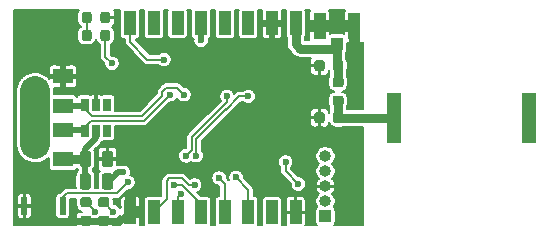
<source format=gtl>
%TF.GenerationSoftware,KiCad,Pcbnew,5.1.8-db9833491~88~ubuntu20.04.1*%
%TF.CreationDate,2021-02-21T13:37:15+01:00*%
%TF.ProjectId,RF_STICK,52465f53-5449-4434-9b2e-6b696361645f,rev?*%
%TF.SameCoordinates,PX8f0d180PY41cdb40*%
%TF.FileFunction,Copper,L1,Top*%
%TF.FilePolarity,Positive*%
%FSLAX46Y46*%
G04 Gerber Fmt 4.6, Leading zero omitted, Abs format (unit mm)*
G04 Created by KiCad (PCBNEW 5.1.8-db9833491~88~ubuntu20.04.1) date 2021-02-21 13:37:15*
%MOMM*%
%LPD*%
G01*
G04 APERTURE LIST*
%TA.AperFunction,SMDPad,CuDef*%
%ADD10R,0.550000X1.500000*%
%TD*%
%TA.AperFunction,ComponentPad*%
%ADD11R,1.000000X1.000000*%
%TD*%
%TA.AperFunction,ComponentPad*%
%ADD12O,1.000000X1.000000*%
%TD*%
%TA.AperFunction,SMDPad,CuDef*%
%ADD13R,1.050000X2.200000*%
%TD*%
%TA.AperFunction,SMDPad,CuDef*%
%ADD14R,1.000000X1.050000*%
%TD*%
%TA.AperFunction,SMDPad,CuDef*%
%ADD15R,0.650000X1.060000*%
%TD*%
%TA.AperFunction,SMDPad,CuDef*%
%ADD16R,1.150000X4.200000*%
%TD*%
%TA.AperFunction,SMDPad,CuDef*%
%ADD17R,1.000000X2.000000*%
%TD*%
%TA.AperFunction,SMDPad,CuDef*%
%ADD18R,1.700000X1.300000*%
%TD*%
%TA.AperFunction,ComponentPad*%
%ADD19C,2.500000*%
%TD*%
%TA.AperFunction,ViaPad*%
%ADD20C,0.600000*%
%TD*%
%TA.AperFunction,Conductor*%
%ADD21C,0.800000*%
%TD*%
%TA.AperFunction,Conductor*%
%ADD22C,0.600000*%
%TD*%
%TA.AperFunction,Conductor*%
%ADD23C,0.500000*%
%TD*%
%TA.AperFunction,Conductor*%
%ADD24C,0.200000*%
%TD*%
%TA.AperFunction,Conductor*%
%ADD25C,2.500000*%
%TD*%
%TA.AperFunction,Conductor*%
%ADD26C,0.100000*%
%TD*%
G04 APERTURE END LIST*
D10*
%TO.P,SW1,1*%
%TO.N,/BTN*%
X4475000Y2025000D03*
%TO.P,SW1,2*%
%TO.N,GND*%
X1225000Y2025000D03*
%TD*%
D11*
%TO.P,J2,1*%
%TO.N,/~MCLR~*%
X26725000Y1150000D03*
D12*
%TO.P,J2,2*%
%TO.N,+3V3*%
X26725000Y2420000D03*
%TO.P,J2,3*%
%TO.N,GND*%
X26725000Y3690000D03*
%TO.P,J2,4*%
%TO.N,/PGED2*%
X26725000Y4960000D03*
%TO.P,J2,5*%
%TO.N,/PGEC2*%
X26725000Y6230000D03*
%TD*%
D13*
%TO.P,J3,2*%
%TO.N,GND*%
X26225000Y17275000D03*
D14*
%TO.P,J3,1*%
%TO.N,Net-(J3-Pad1)*%
X27700000Y15750000D03*
D13*
%TO.P,J3,2*%
%TO.N,GND*%
X29175000Y17275000D03*
%TD*%
D15*
%TO.P,U2,5*%
%TO.N,/VUSB*%
X7300000Y8400000D03*
%TO.P,U2,6*%
%TO.N,N/C*%
X8250000Y8400000D03*
%TO.P,U2,4*%
%TO.N,/DM*%
X6350000Y8400000D03*
%TO.P,U2,3*%
%TO.N,/DP*%
X6350000Y10600000D03*
%TO.P,U2,2*%
%TO.N,GND*%
X7300000Y10600000D03*
%TO.P,U2,1*%
%TO.N,N/C*%
X8250000Y10600000D03*
%TD*%
%TO.P,R5,2*%
%TO.N,+3V3*%
%TA.AperFunction,SMDPad,CuDef*%
G36*
G01*
X7650000Y16203750D02*
X7650000Y16716250D01*
G75*
G02*
X7868750Y16935000I218750J0D01*
G01*
X8306250Y16935000D01*
G75*
G02*
X8525000Y16716250I0J-218750D01*
G01*
X8525000Y16203750D01*
G75*
G02*
X8306250Y15985000I-218750J0D01*
G01*
X7868750Y15985000D01*
G75*
G02*
X7650000Y16203750I0J218750D01*
G01*
G37*
%TD.AperFunction*%
%TO.P,R5,1*%
%TO.N,Net-(D1-Pad2)*%
%TA.AperFunction,SMDPad,CuDef*%
G36*
G01*
X6075000Y16203750D02*
X6075000Y16716250D01*
G75*
G02*
X6293750Y16935000I218750J0D01*
G01*
X6731250Y16935000D01*
G75*
G02*
X6950000Y16716250I0J-218750D01*
G01*
X6950000Y16203750D01*
G75*
G02*
X6731250Y15985000I-218750J0D01*
G01*
X6293750Y15985000D01*
G75*
G02*
X6075000Y16203750I0J218750D01*
G01*
G37*
%TD.AperFunction*%
%TD*%
%TO.P,R3,2*%
%TO.N,GND*%
%TA.AperFunction,SMDPad,CuDef*%
G36*
G01*
X26662500Y9756250D02*
X26662500Y9243750D01*
G75*
G02*
X26443750Y9025000I-218750J0D01*
G01*
X26006250Y9025000D01*
G75*
G02*
X25787500Y9243750I0J218750D01*
G01*
X25787500Y9756250D01*
G75*
G02*
X26006250Y9975000I218750J0D01*
G01*
X26443750Y9975000D01*
G75*
G02*
X26662500Y9756250I0J-218750D01*
G01*
G37*
%TD.AperFunction*%
%TO.P,R3,1*%
%TO.N,Net-(AE1-Pad1)*%
%TA.AperFunction,SMDPad,CuDef*%
G36*
G01*
X28237500Y9756250D02*
X28237500Y9243750D01*
G75*
G02*
X28018750Y9025000I-218750J0D01*
G01*
X27581250Y9025000D01*
G75*
G02*
X27362500Y9243750I0J218750D01*
G01*
X27362500Y9756250D01*
G75*
G02*
X27581250Y9975000I218750J0D01*
G01*
X28018750Y9975000D01*
G75*
G02*
X28237500Y9756250I0J-218750D01*
G01*
G37*
%TD.AperFunction*%
%TD*%
%TO.P,R2,2*%
%TO.N,Net-(J3-Pad1)*%
%TA.AperFunction,SMDPad,CuDef*%
G36*
G01*
X28056250Y12062500D02*
X27543750Y12062500D01*
G75*
G02*
X27325000Y12281250I0J218750D01*
G01*
X27325000Y12718750D01*
G75*
G02*
X27543750Y12937500I218750J0D01*
G01*
X28056250Y12937500D01*
G75*
G02*
X28275000Y12718750I0J-218750D01*
G01*
X28275000Y12281250D01*
G75*
G02*
X28056250Y12062500I-218750J0D01*
G01*
G37*
%TD.AperFunction*%
%TO.P,R2,1*%
%TO.N,Net-(AE1-Pad1)*%
%TA.AperFunction,SMDPad,CuDef*%
G36*
G01*
X28056250Y10487500D02*
X27543750Y10487500D01*
G75*
G02*
X27325000Y10706250I0J218750D01*
G01*
X27325000Y11143750D01*
G75*
G02*
X27543750Y11362500I218750J0D01*
G01*
X28056250Y11362500D01*
G75*
G02*
X28275000Y11143750I0J-218750D01*
G01*
X28275000Y10706250D01*
G75*
G02*
X28056250Y10487500I-218750J0D01*
G01*
G37*
%TD.AperFunction*%
%TD*%
%TO.P,R1,2*%
%TO.N,GND*%
%TA.AperFunction,SMDPad,CuDef*%
G36*
G01*
X26662500Y14156250D02*
X26662500Y13643750D01*
G75*
G02*
X26443750Y13425000I-218750J0D01*
G01*
X26006250Y13425000D01*
G75*
G02*
X25787500Y13643750I0J218750D01*
G01*
X25787500Y14156250D01*
G75*
G02*
X26006250Y14375000I218750J0D01*
G01*
X26443750Y14375000D01*
G75*
G02*
X26662500Y14156250I0J-218750D01*
G01*
G37*
%TD.AperFunction*%
%TO.P,R1,1*%
%TO.N,Net-(J3-Pad1)*%
%TA.AperFunction,SMDPad,CuDef*%
G36*
G01*
X28237500Y14156250D02*
X28237500Y13643750D01*
G75*
G02*
X28018750Y13425000I-218750J0D01*
G01*
X27581250Y13425000D01*
G75*
G02*
X27362500Y13643750I0J218750D01*
G01*
X27362500Y14156250D01*
G75*
G02*
X27581250Y14375000I218750J0D01*
G01*
X28018750Y14375000D01*
G75*
G02*
X28237500Y14156250I0J-218750D01*
G01*
G37*
%TD.AperFunction*%
%TD*%
%TO.P,FB1,2*%
%TO.N,/VUSB*%
%TA.AperFunction,SMDPad,CuDef*%
G36*
G01*
X6887500Y4556250D02*
X6887500Y3643750D01*
G75*
G02*
X6643750Y3400000I-243750J0D01*
G01*
X6156250Y3400000D01*
G75*
G02*
X5912500Y3643750I0J243750D01*
G01*
X5912500Y4556250D01*
G75*
G02*
X6156250Y4800000I243750J0D01*
G01*
X6643750Y4800000D01*
G75*
G02*
X6887500Y4556250I0J-243750D01*
G01*
G37*
%TD.AperFunction*%
%TO.P,FB1,1*%
%TO.N,+5V*%
%TA.AperFunction,SMDPad,CuDef*%
G36*
G01*
X8762500Y4556250D02*
X8762500Y3643750D01*
G75*
G02*
X8518750Y3400000I-243750J0D01*
G01*
X8031250Y3400000D01*
G75*
G02*
X7787500Y3643750I0J243750D01*
G01*
X7787500Y4556250D01*
G75*
G02*
X8031250Y4800000I243750J0D01*
G01*
X8518750Y4800000D01*
G75*
G02*
X8762500Y4556250I0J-243750D01*
G01*
G37*
%TD.AperFunction*%
%TD*%
%TO.P,D3,2*%
%TO.N,Net-(D3-Pad2)*%
%TA.AperFunction,SMDPad,CuDef*%
G36*
G01*
X8206250Y1900000D02*
X7693750Y1900000D01*
G75*
G02*
X7475000Y2118750I0J218750D01*
G01*
X7475000Y2556250D01*
G75*
G02*
X7693750Y2775000I218750J0D01*
G01*
X8206250Y2775000D01*
G75*
G02*
X8425000Y2556250I0J-218750D01*
G01*
X8425000Y2118750D01*
G75*
G02*
X8206250Y1900000I-218750J0D01*
G01*
G37*
%TD.AperFunction*%
%TO.P,D3,1*%
%TO.N,GND*%
%TA.AperFunction,SMDPad,CuDef*%
G36*
G01*
X8206250Y325000D02*
X7693750Y325000D01*
G75*
G02*
X7475000Y543750I0J218750D01*
G01*
X7475000Y981250D01*
G75*
G02*
X7693750Y1200000I218750J0D01*
G01*
X8206250Y1200000D01*
G75*
G02*
X8425000Y981250I0J-218750D01*
G01*
X8425000Y543750D01*
G75*
G02*
X8206250Y325000I-218750J0D01*
G01*
G37*
%TD.AperFunction*%
%TD*%
%TO.P,D2,2*%
%TO.N,Net-(D2-Pad2)*%
%TA.AperFunction,SMDPad,CuDef*%
G36*
G01*
X6706250Y1900000D02*
X6193750Y1900000D01*
G75*
G02*
X5975000Y2118750I0J218750D01*
G01*
X5975000Y2556250D01*
G75*
G02*
X6193750Y2775000I218750J0D01*
G01*
X6706250Y2775000D01*
G75*
G02*
X6925000Y2556250I0J-218750D01*
G01*
X6925000Y2118750D01*
G75*
G02*
X6706250Y1900000I-218750J0D01*
G01*
G37*
%TD.AperFunction*%
%TO.P,D2,1*%
%TO.N,GND*%
%TA.AperFunction,SMDPad,CuDef*%
G36*
G01*
X6706250Y325000D02*
X6193750Y325000D01*
G75*
G02*
X5975000Y543750I0J218750D01*
G01*
X5975000Y981250D01*
G75*
G02*
X6193750Y1200000I218750J0D01*
G01*
X6706250Y1200000D01*
G75*
G02*
X6925000Y981250I0J-218750D01*
G01*
X6925000Y543750D01*
G75*
G02*
X6706250Y325000I-218750J0D01*
G01*
G37*
%TD.AperFunction*%
%TD*%
%TO.P,D1,2*%
%TO.N,Net-(D1-Pad2)*%
%TA.AperFunction,SMDPad,CuDef*%
G36*
G01*
X6950000Y18236250D02*
X6950000Y17723750D01*
G75*
G02*
X6731250Y17505000I-218750J0D01*
G01*
X6293750Y17505000D01*
G75*
G02*
X6075000Y17723750I0J218750D01*
G01*
X6075000Y18236250D01*
G75*
G02*
X6293750Y18455000I218750J0D01*
G01*
X6731250Y18455000D01*
G75*
G02*
X6950000Y18236250I0J-218750D01*
G01*
G37*
%TD.AperFunction*%
%TO.P,D1,1*%
%TO.N,GND*%
%TA.AperFunction,SMDPad,CuDef*%
G36*
G01*
X8525000Y18236250D02*
X8525000Y17723750D01*
G75*
G02*
X8306250Y17505000I-218750J0D01*
G01*
X7868750Y17505000D01*
G75*
G02*
X7650000Y17723750I0J218750D01*
G01*
X7650000Y18236250D01*
G75*
G02*
X7868750Y18455000I218750J0D01*
G01*
X8306250Y18455000D01*
G75*
G02*
X8525000Y18236250I0J-218750D01*
G01*
G37*
%TD.AperFunction*%
%TD*%
%TO.P,C1,2*%
%TO.N,GND*%
%TA.AperFunction,SMDPad,CuDef*%
G36*
G01*
X7787500Y5543750D02*
X7787500Y6456250D01*
G75*
G02*
X8031250Y6700000I243750J0D01*
G01*
X8518750Y6700000D01*
G75*
G02*
X8762500Y6456250I0J-243750D01*
G01*
X8762500Y5543750D01*
G75*
G02*
X8518750Y5300000I-243750J0D01*
G01*
X8031250Y5300000D01*
G75*
G02*
X7787500Y5543750I0J243750D01*
G01*
G37*
%TD.AperFunction*%
%TO.P,C1,1*%
%TO.N,/VUSB*%
%TA.AperFunction,SMDPad,CuDef*%
G36*
G01*
X5912500Y5543750D02*
X5912500Y6456250D01*
G75*
G02*
X6156250Y6700000I243750J0D01*
G01*
X6643750Y6700000D01*
G75*
G02*
X6887500Y6456250I0J-243750D01*
G01*
X6887500Y5543750D01*
G75*
G02*
X6643750Y5300000I-243750J0D01*
G01*
X6156250Y5300000D01*
G75*
G02*
X5912500Y5543750I0J243750D01*
G01*
G37*
%TD.AperFunction*%
%TD*%
D16*
%TO.P,AE1,2*%
%TO.N,N/C*%
X44000000Y9500000D03*
%TO.P,AE1,1*%
%TO.N,Net-(AE1-Pad1)*%
X32550000Y9500000D03*
%TD*%
D17*
%TO.P,U3,16*%
%TO.N,/OOK_DATA*%
X10200000Y17500000D03*
%TO.P,U3,15*%
%TO.N,N/C*%
X12200000Y17500000D03*
%TO.P,U3,14*%
X14200000Y17500000D03*
%TO.P,U3,13*%
%TO.N,+3V3*%
X16200000Y17500000D03*
%TO.P,U3,12*%
%TO.N,N/C*%
X18200000Y17500000D03*
%TO.P,U3,11*%
X20200000Y17500000D03*
%TO.P,U3,10*%
%TO.N,GND*%
X22200000Y17500000D03*
%TO.P,U3,9*%
%TO.N,Net-(J3-Pad1)*%
X24200000Y17500000D03*
%TO.P,U3,8*%
%TO.N,GND*%
X24200000Y1500000D03*
%TO.P,U3,7*%
%TO.N,N/C*%
X22200000Y1500000D03*
%TO.P,U3,6*%
%TO.N,/RFM_RESET*%
X20200000Y1500000D03*
%TO.P,U3,5*%
%TO.N,/RFM_NSS*%
X18200000Y1500000D03*
%TO.P,U3,4*%
%TO.N,/SCK*%
X16200000Y1500000D03*
%TO.P,U3,3*%
%TO.N,/MOSI_SDO*%
X14200000Y1500000D03*
%TO.P,U3,2*%
%TO.N,/MISO_SDI*%
X12200000Y1500000D03*
%TO.P,U3,1*%
%TO.N,GND*%
X10200000Y1500000D03*
%TD*%
D18*
%TO.P,J1,1*%
%TO.N,/VUSB*%
X4500000Y6000000D03*
%TO.P,J1,2*%
%TO.N,/DM*%
X4500000Y8500000D03*
%TO.P,J1,3*%
%TO.N,/DP*%
X4500000Y10500000D03*
%TO.P,J1,4*%
%TO.N,GND*%
X4500000Y13000000D03*
D19*
%TO.P,J1,5*%
%TO.N,Net-(C8-Pad1)*%
X2150000Y7250000D03*
X2150000Y11750000D03*
%TD*%
D20*
%TO.N,GND*%
X29500000Y800000D03*
X29500000Y8200000D03*
X29500000Y4500000D03*
X29500000Y2650000D03*
X29500000Y6350000D03*
X29500000Y10800000D03*
X29500000Y15350000D03*
X29500000Y13050000D03*
X29500000Y14250000D03*
X29500000Y11900000D03*
X29500000Y7250000D03*
X29500000Y5450000D03*
X29500000Y3600000D03*
X29500000Y1700000D03*
X28150000Y17000000D03*
X27250000Y17000000D03*
X27700000Y17550000D03*
X27350000Y18200000D03*
X28050000Y18200000D03*
X25300000Y17250000D03*
X23150000Y15800000D03*
X22200000Y15800000D03*
X10550000Y11550000D03*
X21450000Y12850000D03*
X20300000Y14575000D03*
X17100000Y14950000D03*
X25125000Y14300000D03*
X25125000Y13450000D03*
X23475000Y14900000D03*
X24125000Y14375000D03*
X26250000Y12750000D03*
X26725000Y11675000D03*
X26225000Y10625000D03*
X25125000Y9975000D03*
X25125000Y8950000D03*
X26225000Y8300000D03*
X20550000Y10075000D03*
X10525000Y3200000D03*
X12075000Y3175000D03*
X11175000Y16125000D03*
X9075000Y18350000D03*
X24510000Y6100000D03*
X9725000Y6350000D03*
X9675000Y7225000D03*
X9550000Y8325000D03*
X9050000Y15325000D03*
X15075000Y14800000D03*
X5250000Y3825000D03*
X5250000Y4600000D03*
X10750000Y4800000D03*
X12350000Y4775000D03*
X22175000Y3175000D03*
X20925000Y3775000D03*
X18475000Y6450000D03*
X18475000Y5100000D03*
X17050000Y5580000D03*
X16780000Y4650000D03*
X16710000Y3450000D03*
X13100000Y6550000D03*
X12200000Y8025000D03*
X19700000Y6300000D03*
X20950000Y5600000D03*
X22150000Y6650000D03*
X23375000Y8750000D03*
X23375000Y3675000D03*
X11125000Y1625000D03*
X7825000Y12275000D03*
X5330000Y11770000D03*
X6025000Y13575000D03*
X3075000Y13300000D03*
X10650000Y14175000D03*
X12600000Y15175000D03*
X15150000Y5190000D03*
X580000Y580000D03*
X5380000Y580000D03*
X3980000Y11770000D03*
X4660000Y11770000D03*
X5970000Y12480000D03*
X4500000Y14240000D03*
X900000Y5500000D03*
X3000000Y5500000D03*
X1900000Y5400000D03*
X27800000Y8300000D03*
%TO.N,+5V*%
X9600000Y4875000D03*
%TO.N,+3V3*%
X24430000Y3880000D03*
X8650000Y14100000D03*
X16200000Y16049996D03*
X23350000Y5750000D03*
%TO.N,/DM*%
X13550000Y11450000D03*
%TO.N,/DP*%
X14750000Y11450000D03*
%TO.N,/OOK_DATA*%
X13050000Y14425000D03*
%TO.N,/BTN*%
X10000000Y4025000D03*
%TO.N,/PC_RX_PIC_TX*%
X14900000Y6275000D03*
X18400000Y11300000D03*
%TO.N,/PC_TX_PIC_RX*%
X15794671Y6277180D03*
X20199998Y11300000D03*
%TO.N,/RFM_RESET*%
X19160000Y4440000D03*
%TO.N,/RFM_NSS*%
X17720000Y4400000D03*
%TO.N,/SCK*%
X13875000Y3775000D03*
%TO.N,/MOSI_SDO*%
X14475000Y3025000D03*
%TO.N,/MISO_SDI*%
X15650000Y3800000D03*
%TO.N,Net-(D2-Pad2)*%
X7175000Y1550000D03*
%TO.N,Net-(D3-Pad2)*%
X8775000Y1550000D03*
%TD*%
D21*
%TO.N,Net-(AE1-Pad1)*%
X32550000Y9500000D02*
X27800000Y9500000D01*
X27800000Y9500000D02*
X27800000Y10925000D01*
D22*
%TO.N,GND*%
X10200000Y1500000D02*
X10075000Y1500000D01*
X7962501Y749999D02*
X7950000Y762500D01*
X9324999Y749999D02*
X7962501Y749999D01*
X10075000Y1500000D02*
X9324999Y749999D01*
X6497066Y715434D02*
X6450000Y762500D01*
X7597253Y715434D02*
X6497066Y715434D01*
X7644319Y762500D02*
X7597253Y715434D01*
X7950000Y762500D02*
X7644319Y762500D01*
X6450000Y762500D02*
X5337500Y762500D01*
D23*
%TO.N,+5V*%
X8275000Y4000000D02*
X9150000Y4875000D01*
X9150000Y4875000D02*
X9600000Y4875000D01*
D24*
%TO.N,+3V3*%
X8087500Y14662500D02*
X8650000Y14100000D01*
X8087500Y16460000D02*
X8087500Y14662500D01*
D23*
X16200000Y17500000D02*
X16200000Y16049996D01*
D24*
X23350000Y4960000D02*
X23350000Y5750000D01*
X24430000Y3880000D02*
X23350000Y4960000D01*
D23*
%TO.N,/VUSB*%
X6400000Y6000000D02*
X6400000Y4000000D01*
D21*
X4500000Y6000000D02*
X6400000Y6000000D01*
D23*
X6400000Y6850000D02*
X6400000Y6000000D01*
X7300000Y7750000D02*
X6400000Y6850000D01*
X7300000Y8400000D02*
X7300000Y7750000D01*
%TO.N,/DM*%
X4500000Y8500000D02*
X6250000Y8500000D01*
D24*
X11350000Y9250000D02*
X13550000Y11450000D01*
X6850000Y9250000D02*
X11350000Y9250000D01*
X6350000Y8750000D02*
X6850000Y9250000D01*
X6350000Y8400000D02*
X6350000Y8750000D01*
D23*
%TO.N,/DP*%
X6250000Y10500000D02*
X6350000Y10600000D01*
X4500000Y10500000D02*
X6250000Y10500000D01*
D24*
X14149999Y12050001D02*
X14750000Y11450000D01*
X12905999Y11694001D02*
X13261999Y12050001D01*
X12905999Y11371697D02*
X12905999Y11694001D01*
X11184312Y9650010D02*
X12905999Y11371697D01*
X6949990Y9650010D02*
X11184312Y9650010D01*
X13261999Y12050001D02*
X14149999Y12050001D01*
X6350000Y10250000D02*
X6949990Y9650010D01*
X6350000Y10600000D02*
X6350000Y10250000D01*
D21*
%TO.N,Net-(J3-Pad1)*%
X27800000Y12500000D02*
X27800000Y13900000D01*
X27700000Y14000000D02*
X27800000Y13900000D01*
X27700000Y15750000D02*
X27700000Y14000000D01*
X24200000Y15700000D02*
X24550000Y15350000D01*
X24200000Y17500000D02*
X24200000Y15700000D01*
X27300000Y15350000D02*
X27700000Y15750000D01*
X24550000Y15350000D02*
X27300000Y15350000D01*
D24*
%TO.N,/OOK_DATA*%
X10200000Y17500000D02*
X10200000Y15875000D01*
X10200000Y15875000D02*
X11650000Y14425000D01*
X11650000Y14425000D02*
X13050000Y14425000D01*
%TO.N,/BTN*%
X4475000Y2750000D02*
X4824990Y3099990D01*
X4475000Y2025000D02*
X4475000Y2750000D01*
X9074990Y3099990D02*
X8624990Y3099990D01*
X10000000Y4025000D02*
X9074990Y3099990D01*
X4824990Y3099990D02*
X8624990Y3099990D01*
%TO.N,/PC_RX_PIC_TX*%
X18400000Y10850000D02*
X18400000Y11300000D01*
X15394661Y7844661D02*
X18400000Y10850000D01*
X15394661Y6769661D02*
X15394661Y7844661D01*
X14900000Y6275000D02*
X15394661Y6769661D01*
%TO.N,/PC_TX_PIC_RX*%
X15794671Y7678973D02*
X18400010Y10284311D01*
X15794671Y6277180D02*
X15794671Y7678973D01*
X18307850Y10192151D02*
X19415699Y11300000D01*
X19415699Y11300000D02*
X20199998Y11300000D01*
%TO.N,/RFM_RESET*%
X20200000Y2000000D02*
X20200000Y1500000D01*
X20200000Y3400000D02*
X19160000Y4440000D01*
X20200000Y1500000D02*
X20200000Y3400000D01*
%TO.N,/RFM_NSS*%
X18200000Y1950000D02*
X18200000Y1500000D01*
X18200000Y1500000D02*
X18200000Y3920000D01*
X18200000Y3920000D02*
X17720000Y4400000D01*
%TO.N,/SCK*%
X16200000Y1500000D02*
X16200000Y2000000D01*
X14609300Y3775000D02*
X16200000Y2184300D01*
X13875000Y3775000D02*
X14609300Y3775000D01*
X16200000Y2184300D02*
X16200000Y1500000D01*
%TO.N,/MOSI_SDO*%
X14200000Y2750000D02*
X14200000Y1500000D01*
X14475000Y3025000D02*
X14200000Y2750000D01*
%TO.N,/MISO_SDI*%
X15150000Y3800000D02*
X15650000Y3800000D01*
X14570001Y4379999D02*
X15150000Y3800000D01*
X13274999Y2574999D02*
X13274999Y4175001D01*
X12200000Y1500000D02*
X13274999Y2574999D01*
X13479997Y4379999D02*
X14570001Y4379999D01*
X13274999Y4175001D02*
X13479997Y4379999D01*
%TO.N,Net-(D1-Pad2)*%
X6512500Y16460000D02*
X6512500Y17980000D01*
%TO.N,Net-(D2-Pad2)*%
X7213252Y1574248D02*
X6450000Y2337500D01*
X7213252Y1515435D02*
X7213252Y1574248D01*
%TO.N,Net-(D3-Pad2)*%
X7987500Y2337500D02*
X8775000Y1550000D01*
X7950000Y2337500D02*
X7987500Y2337500D01*
D25*
%TO.N,Net-(C8-Pad1)*%
X2150000Y7250000D02*
X2150000Y11750000D01*
%TD*%
D24*
%TO.N,GND*%
X5816102Y18555404D02*
X5763016Y18456087D01*
X5730326Y18348322D01*
X5719288Y18236250D01*
X5719288Y17723750D01*
X5730326Y17611678D01*
X5763016Y17503913D01*
X5816102Y17404596D01*
X5887544Y17317544D01*
X5974596Y17246102D01*
X6023429Y17220000D01*
X5974596Y17193898D01*
X5887544Y17122456D01*
X5816102Y17035404D01*
X5763016Y16936087D01*
X5730326Y16828322D01*
X5719288Y16716250D01*
X5719288Y16203750D01*
X5730326Y16091678D01*
X5763016Y15983913D01*
X5816102Y15884596D01*
X5887544Y15797544D01*
X5974596Y15726102D01*
X6073913Y15673016D01*
X6181678Y15640326D01*
X6293750Y15629288D01*
X6731250Y15629288D01*
X6843322Y15640326D01*
X6951087Y15673016D01*
X7050404Y15726102D01*
X7137456Y15797544D01*
X7208898Y15884596D01*
X7261984Y15983913D01*
X7294674Y16091678D01*
X7300000Y16145754D01*
X7305326Y16091678D01*
X7338016Y15983913D01*
X7391102Y15884596D01*
X7462544Y15797544D01*
X7549596Y15726102D01*
X7633500Y15681254D01*
X7633501Y14684798D01*
X7631305Y14662500D01*
X7640070Y14573501D01*
X7666030Y14487922D01*
X7666031Y14487921D01*
X7708188Y14409051D01*
X7711298Y14405262D01*
X7747962Y14360587D01*
X7764922Y14339921D01*
X7782238Y14325710D01*
X7996000Y14111948D01*
X7996000Y14035587D01*
X8021133Y13909235D01*
X8070433Y13790215D01*
X8142005Y13683100D01*
X8233100Y13592005D01*
X8340215Y13520433D01*
X8459235Y13471133D01*
X8585587Y13446000D01*
X8714413Y13446000D01*
X8840765Y13471133D01*
X8959785Y13520433D01*
X9066900Y13592005D01*
X9157995Y13683100D01*
X9229567Y13790215D01*
X9278867Y13909235D01*
X9304000Y14035587D01*
X9304000Y14164413D01*
X9278867Y14290765D01*
X9229567Y14409785D01*
X9157995Y14516900D01*
X9066900Y14607995D01*
X8959785Y14679567D01*
X8840765Y14728867D01*
X8714413Y14754000D01*
X8638052Y14754000D01*
X8541500Y14850552D01*
X8541500Y15681254D01*
X8625404Y15726102D01*
X8712456Y15797544D01*
X8783898Y15884596D01*
X8836984Y15983913D01*
X8869674Y16091678D01*
X8880712Y16203750D01*
X8880712Y16716250D01*
X8869674Y16828322D01*
X8836984Y16936087D01*
X8783898Y17035404D01*
X8712456Y17122456D01*
X8650643Y17173184D01*
X8661125Y17176364D01*
X8722624Y17209235D01*
X8776527Y17253473D01*
X8820765Y17307376D01*
X8853636Y17368875D01*
X8873878Y17435604D01*
X8880713Y17505000D01*
X8879000Y17841500D01*
X8790500Y17930000D01*
X8137500Y17930000D01*
X8137500Y17910000D01*
X8037500Y17910000D01*
X8037500Y17930000D01*
X8017500Y17930000D01*
X8017500Y18030000D01*
X8037500Y18030000D01*
X8037500Y18050000D01*
X8137500Y18050000D01*
X8137500Y18030000D01*
X8790500Y18030000D01*
X8879000Y18118500D01*
X8880713Y18455000D01*
X8873878Y18524396D01*
X8853636Y18591125D01*
X8837668Y18621000D01*
X9366777Y18621000D01*
X9351123Y18569396D01*
X9344288Y18500000D01*
X9344288Y16500000D01*
X9351123Y16430604D01*
X9371365Y16363875D01*
X9404236Y16302377D01*
X9448474Y16248474D01*
X9502377Y16204236D01*
X9563875Y16171365D01*
X9630604Y16151123D01*
X9700000Y16144288D01*
X9746001Y16144288D01*
X9746001Y15897298D01*
X9743805Y15875000D01*
X9752570Y15786001D01*
X9778530Y15700422D01*
X9778531Y15700421D01*
X9820688Y15621551D01*
X9877422Y15552421D01*
X9894738Y15538210D01*
X11313210Y14119737D01*
X11327421Y14102421D01*
X11396551Y14045687D01*
X11461444Y14011001D01*
X11475421Y14003530D01*
X11561000Y13977570D01*
X11569421Y13976741D01*
X11627705Y13971000D01*
X11627712Y13971000D01*
X11650000Y13968805D01*
X11672288Y13971000D01*
X12579105Y13971000D01*
X12633100Y13917005D01*
X12740215Y13845433D01*
X12859235Y13796133D01*
X12985587Y13771000D01*
X13114413Y13771000D01*
X13240765Y13796133D01*
X13359785Y13845433D01*
X13466900Y13917005D01*
X13557995Y14008100D01*
X13629567Y14115215D01*
X13678867Y14234235D01*
X13704000Y14360587D01*
X13704000Y14489413D01*
X13678867Y14615765D01*
X13629567Y14734785D01*
X13557995Y14841900D01*
X13466900Y14932995D01*
X13359785Y15004567D01*
X13240765Y15053867D01*
X13114413Y15079000D01*
X12985587Y15079000D01*
X12859235Y15053867D01*
X12740215Y15004567D01*
X12633100Y14932995D01*
X12579105Y14879000D01*
X11838053Y14879000D01*
X10654000Y16063052D01*
X10654000Y16144288D01*
X10700000Y16144288D01*
X10769396Y16151123D01*
X10836125Y16171365D01*
X10897623Y16204236D01*
X10951526Y16248474D01*
X10995764Y16302377D01*
X11028635Y16363875D01*
X11048877Y16430604D01*
X11055712Y16500000D01*
X11055712Y18500000D01*
X11048877Y18569396D01*
X11033223Y18621000D01*
X11366777Y18621000D01*
X11351123Y18569396D01*
X11344288Y18500000D01*
X11344288Y16500000D01*
X11351123Y16430604D01*
X11371365Y16363875D01*
X11404236Y16302377D01*
X11448474Y16248474D01*
X11502377Y16204236D01*
X11563875Y16171365D01*
X11630604Y16151123D01*
X11700000Y16144288D01*
X12700000Y16144288D01*
X12769396Y16151123D01*
X12836125Y16171365D01*
X12897623Y16204236D01*
X12951526Y16248474D01*
X12995764Y16302377D01*
X13028635Y16363875D01*
X13048877Y16430604D01*
X13055712Y16500000D01*
X13055712Y18500000D01*
X13048877Y18569396D01*
X13033223Y18621000D01*
X13366777Y18621000D01*
X13351123Y18569396D01*
X13344288Y18500000D01*
X13344288Y16500000D01*
X13351123Y16430604D01*
X13371365Y16363875D01*
X13404236Y16302377D01*
X13448474Y16248474D01*
X13502377Y16204236D01*
X13563875Y16171365D01*
X13630604Y16151123D01*
X13700000Y16144288D01*
X14700000Y16144288D01*
X14769396Y16151123D01*
X14836125Y16171365D01*
X14897623Y16204236D01*
X14951526Y16248474D01*
X14995764Y16302377D01*
X15028635Y16363875D01*
X15048877Y16430604D01*
X15055712Y16500000D01*
X15055712Y18500000D01*
X15048877Y18569396D01*
X15033223Y18621000D01*
X15366777Y18621000D01*
X15351123Y18569396D01*
X15344288Y18500000D01*
X15344288Y16500000D01*
X15351123Y16430604D01*
X15371365Y16363875D01*
X15404236Y16302377D01*
X15448474Y16248474D01*
X15502377Y16204236D01*
X15557958Y16174527D01*
X15546000Y16114409D01*
X15546000Y15985583D01*
X15571133Y15859231D01*
X15620433Y15740211D01*
X15692005Y15633096D01*
X15783100Y15542001D01*
X15890215Y15470429D01*
X16009235Y15421129D01*
X16135587Y15395996D01*
X16264413Y15395996D01*
X16390765Y15421129D01*
X16509785Y15470429D01*
X16616900Y15542001D01*
X16707995Y15633096D01*
X16779567Y15740211D01*
X16828867Y15859231D01*
X16854000Y15985583D01*
X16854000Y16114409D01*
X16842042Y16174527D01*
X16897623Y16204236D01*
X16951526Y16248474D01*
X16995764Y16302377D01*
X17028635Y16363875D01*
X17048877Y16430604D01*
X17055712Y16500000D01*
X17055712Y18500000D01*
X17048877Y18569396D01*
X17033223Y18621000D01*
X17366777Y18621000D01*
X17351123Y18569396D01*
X17344288Y18500000D01*
X17344288Y16500000D01*
X17351123Y16430604D01*
X17371365Y16363875D01*
X17404236Y16302377D01*
X17448474Y16248474D01*
X17502377Y16204236D01*
X17563875Y16171365D01*
X17630604Y16151123D01*
X17700000Y16144288D01*
X18700000Y16144288D01*
X18769396Y16151123D01*
X18836125Y16171365D01*
X18897623Y16204236D01*
X18951526Y16248474D01*
X18995764Y16302377D01*
X19028635Y16363875D01*
X19048877Y16430604D01*
X19055712Y16500000D01*
X19055712Y18500000D01*
X19048877Y18569396D01*
X19033223Y18621000D01*
X19366777Y18621000D01*
X19351123Y18569396D01*
X19344288Y18500000D01*
X19344288Y16500000D01*
X19351123Y16430604D01*
X19371365Y16363875D01*
X19404236Y16302377D01*
X19448474Y16248474D01*
X19502377Y16204236D01*
X19563875Y16171365D01*
X19630604Y16151123D01*
X19700000Y16144288D01*
X20700000Y16144288D01*
X20769396Y16151123D01*
X20836125Y16171365D01*
X20897623Y16204236D01*
X20951526Y16248474D01*
X20995764Y16302377D01*
X21028635Y16363875D01*
X21048877Y16430604D01*
X21055712Y16500000D01*
X21344287Y16500000D01*
X21351122Y16430604D01*
X21371364Y16363875D01*
X21404235Y16302376D01*
X21448473Y16248473D01*
X21502376Y16204235D01*
X21563875Y16171364D01*
X21630604Y16151122D01*
X21700000Y16144287D01*
X21911500Y16146000D01*
X22000000Y16234500D01*
X22000000Y17300000D01*
X22400000Y17300000D01*
X22400000Y16234500D01*
X22488500Y16146000D01*
X22700000Y16144287D01*
X22769396Y16151122D01*
X22836125Y16171364D01*
X22897624Y16204235D01*
X22951527Y16248473D01*
X22995765Y16302376D01*
X23028636Y16363875D01*
X23048878Y16430604D01*
X23055713Y16500000D01*
X23054000Y17211500D01*
X22965500Y17300000D01*
X22400000Y17300000D01*
X22000000Y17300000D01*
X21434500Y17300000D01*
X21346000Y17211500D01*
X21344287Y16500000D01*
X21055712Y16500000D01*
X21055712Y18500000D01*
X21048877Y18569396D01*
X21033223Y18621000D01*
X21366776Y18621000D01*
X21351122Y18569396D01*
X21344287Y18500000D01*
X21346000Y17788500D01*
X21434500Y17700000D01*
X22000000Y17700000D01*
X22000000Y17720000D01*
X22400000Y17720000D01*
X22400000Y17700000D01*
X22965500Y17700000D01*
X23054000Y17788500D01*
X23055713Y18500000D01*
X23048878Y18569396D01*
X23033224Y18621000D01*
X23366777Y18621000D01*
X23351123Y18569396D01*
X23344288Y18500000D01*
X23344288Y16500000D01*
X23351123Y16430604D01*
X23371365Y16363875D01*
X23404236Y16302377D01*
X23446001Y16251488D01*
X23446001Y15737041D01*
X23442353Y15700000D01*
X23456910Y15552191D01*
X23500026Y15410061D01*
X23570039Y15279074D01*
X23614417Y15225000D01*
X23664263Y15164262D01*
X23693033Y15140651D01*
X23990647Y14843037D01*
X24014262Y14814262D01*
X24129073Y14720039D01*
X24190915Y14686984D01*
X24260060Y14650025D01*
X24402190Y14606910D01*
X24550000Y14592352D01*
X24587039Y14596000D01*
X25510920Y14596000D01*
X25491735Y14572624D01*
X25458864Y14511125D01*
X25438622Y14444396D01*
X25431787Y14375000D01*
X25433500Y14038500D01*
X25522000Y13950000D01*
X26175000Y13950000D01*
X26175000Y13970000D01*
X26275000Y13970000D01*
X26275000Y13950000D01*
X26295000Y13950000D01*
X26295000Y13850000D01*
X26275000Y13850000D01*
X26275000Y13159500D01*
X26363500Y13071000D01*
X26662500Y13069287D01*
X26731896Y13076122D01*
X26798625Y13096364D01*
X26860124Y13129235D01*
X26914027Y13173473D01*
X26958265Y13227376D01*
X26991136Y13288875D01*
X27011378Y13355604D01*
X27018213Y13425000D01*
X27017661Y13533349D01*
X27017826Y13531678D01*
X27046001Y13438798D01*
X27046000Y13000296D01*
X27013016Y12938587D01*
X26980326Y12830822D01*
X26969288Y12718750D01*
X26969288Y12281250D01*
X26980326Y12169178D01*
X27013016Y12061413D01*
X27066102Y11962096D01*
X27137544Y11875044D01*
X27224596Y11803602D01*
X27323913Y11750516D01*
X27431678Y11717826D01*
X27485754Y11712500D01*
X27431678Y11707174D01*
X27323913Y11674484D01*
X27224596Y11621398D01*
X27137544Y11549956D01*
X27066102Y11462904D01*
X27013016Y11363587D01*
X26980326Y11255822D01*
X26969288Y11143750D01*
X26969288Y10706250D01*
X26980326Y10594178D01*
X27013016Y10486413D01*
X27046001Y10424703D01*
X27046000Y9961201D01*
X27017826Y9868322D01*
X27017661Y9866651D01*
X27018213Y9975000D01*
X27011378Y10044396D01*
X26991136Y10111125D01*
X26958265Y10172624D01*
X26914027Y10226527D01*
X26860124Y10270765D01*
X26798625Y10303636D01*
X26731896Y10323878D01*
X26662500Y10330713D01*
X26363500Y10329000D01*
X26275000Y10240500D01*
X26275000Y9550000D01*
X26295000Y9550000D01*
X26295000Y9450000D01*
X26275000Y9450000D01*
X26275000Y8759500D01*
X26363500Y8671000D01*
X26662500Y8669287D01*
X26731896Y8676122D01*
X26798625Y8696364D01*
X26860124Y8729235D01*
X26914027Y8773473D01*
X26958265Y8827376D01*
X26991136Y8888875D01*
X27011378Y8955604D01*
X27018213Y9025000D01*
X27017661Y9133349D01*
X27017826Y9131678D01*
X27050516Y9023913D01*
X27103602Y8924596D01*
X27175044Y8837544D01*
X27262096Y8766102D01*
X27361413Y8713016D01*
X27469178Y8680326D01*
X27581250Y8669288D01*
X28018750Y8669288D01*
X28130822Y8680326D01*
X28238587Y8713016D01*
X28300296Y8746000D01*
X29900000Y8746000D01*
X29900000Y379000D01*
X27452797Y379000D01*
X27476526Y398474D01*
X27520764Y452377D01*
X27553635Y513875D01*
X27573877Y580604D01*
X27580712Y650000D01*
X27580712Y1650000D01*
X27573877Y1719396D01*
X27553635Y1786125D01*
X27520764Y1847623D01*
X27476526Y1901526D01*
X27430760Y1939086D01*
X27481805Y2015479D01*
X27546181Y2170897D01*
X27579000Y2335888D01*
X27579000Y2504112D01*
X27546181Y2669103D01*
X27481805Y2824521D01*
X27388345Y2964393D01*
X27294246Y3058492D01*
X27340420Y3097902D01*
X27444107Y3229341D01*
X27520160Y3378483D01*
X27559217Y3507250D01*
X27488865Y3640000D01*
X26775000Y3640000D01*
X26775000Y3620000D01*
X26675000Y3620000D01*
X26675000Y3640000D01*
X25961135Y3640000D01*
X25890783Y3507250D01*
X25929840Y3378483D01*
X26005893Y3229341D01*
X26109580Y3097902D01*
X26155754Y3058492D01*
X26061655Y2964393D01*
X25968195Y2824521D01*
X25903819Y2669103D01*
X25871000Y2504112D01*
X25871000Y2335888D01*
X25903819Y2170897D01*
X25968195Y2015479D01*
X26019240Y1939086D01*
X25973474Y1901526D01*
X25929236Y1847623D01*
X25896365Y1786125D01*
X25876123Y1719396D01*
X25869288Y1650000D01*
X25869288Y650000D01*
X25876123Y580604D01*
X25896365Y513875D01*
X25929236Y452377D01*
X25973474Y398474D01*
X25997203Y379000D01*
X25033224Y379000D01*
X25048878Y430604D01*
X25055713Y500000D01*
X25054000Y1361500D01*
X24965500Y1450000D01*
X24250000Y1450000D01*
X24250000Y1430000D01*
X24150000Y1430000D01*
X24150000Y1450000D01*
X23434500Y1450000D01*
X23346000Y1361500D01*
X23344287Y500000D01*
X23351122Y430604D01*
X23366776Y379000D01*
X23033223Y379000D01*
X23048877Y430604D01*
X23055712Y500000D01*
X23055712Y2500000D01*
X23344287Y2500000D01*
X23346000Y1638500D01*
X23434500Y1550000D01*
X24150000Y1550000D01*
X24150000Y2765500D01*
X24250000Y2765500D01*
X24250000Y1550000D01*
X24965500Y1550000D01*
X25054000Y1638500D01*
X25055713Y2500000D01*
X25048878Y2569396D01*
X25028636Y2636125D01*
X24995765Y2697624D01*
X24951527Y2751527D01*
X24897624Y2795765D01*
X24836125Y2828636D01*
X24769396Y2848878D01*
X24700000Y2855713D01*
X24338500Y2854000D01*
X24250000Y2765500D01*
X24150000Y2765500D01*
X24061500Y2854000D01*
X23700000Y2855713D01*
X23630604Y2848878D01*
X23563875Y2828636D01*
X23502376Y2795765D01*
X23448473Y2751527D01*
X23404235Y2697624D01*
X23371364Y2636125D01*
X23351122Y2569396D01*
X23344287Y2500000D01*
X23055712Y2500000D01*
X23048877Y2569396D01*
X23028635Y2636125D01*
X22995764Y2697623D01*
X22951526Y2751526D01*
X22897623Y2795764D01*
X22836125Y2828635D01*
X22769396Y2848877D01*
X22700000Y2855712D01*
X21700000Y2855712D01*
X21630604Y2848877D01*
X21563875Y2828635D01*
X21502377Y2795764D01*
X21448474Y2751526D01*
X21404236Y2697623D01*
X21371365Y2636125D01*
X21351123Y2569396D01*
X21344288Y2500000D01*
X21344288Y500000D01*
X21351123Y430604D01*
X21366777Y379000D01*
X21033223Y379000D01*
X21048877Y430604D01*
X21055712Y500000D01*
X21055712Y2500000D01*
X21048877Y2569396D01*
X21028635Y2636125D01*
X20995764Y2697623D01*
X20951526Y2751526D01*
X20897623Y2795764D01*
X20836125Y2828635D01*
X20769396Y2848877D01*
X20700000Y2855712D01*
X20654000Y2855712D01*
X20654000Y3377713D01*
X20656195Y3400001D01*
X20654000Y3422289D01*
X20654000Y3422295D01*
X20647430Y3488999D01*
X20629709Y3547420D01*
X20621470Y3574579D01*
X20607657Y3600421D01*
X20579313Y3653449D01*
X20522579Y3722579D01*
X20505263Y3736790D01*
X19814000Y4428052D01*
X19814000Y4504413D01*
X19788867Y4630765D01*
X19739567Y4749785D01*
X19667995Y4856900D01*
X19576900Y4947995D01*
X19469785Y5019567D01*
X19350765Y5068867D01*
X19224413Y5094000D01*
X19095587Y5094000D01*
X18969235Y5068867D01*
X18850215Y5019567D01*
X18743100Y4947995D01*
X18652005Y4856900D01*
X18580433Y4749785D01*
X18531133Y4630765D01*
X18506000Y4504413D01*
X18506000Y4375587D01*
X18531133Y4249235D01*
X18545417Y4214752D01*
X18522579Y4242579D01*
X18505263Y4256790D01*
X18374000Y4388053D01*
X18374000Y4464413D01*
X18348867Y4590765D01*
X18299567Y4709785D01*
X18227995Y4816900D01*
X18136900Y4907995D01*
X18029785Y4979567D01*
X17910765Y5028867D01*
X17784413Y5054000D01*
X17655587Y5054000D01*
X17529235Y5028867D01*
X17410215Y4979567D01*
X17303100Y4907995D01*
X17212005Y4816900D01*
X17140433Y4709785D01*
X17091133Y4590765D01*
X17066000Y4464413D01*
X17066000Y4335587D01*
X17091133Y4209235D01*
X17140433Y4090215D01*
X17212005Y3983100D01*
X17303100Y3892005D01*
X17410215Y3820433D01*
X17529235Y3771133D01*
X17655587Y3746000D01*
X17731947Y3746000D01*
X17746001Y3731946D01*
X17746001Y2855712D01*
X17700000Y2855712D01*
X17630604Y2848877D01*
X17563875Y2828635D01*
X17502377Y2795764D01*
X17448474Y2751526D01*
X17404236Y2697623D01*
X17371365Y2636125D01*
X17351123Y2569396D01*
X17344288Y2500000D01*
X17344288Y500000D01*
X17351123Y430604D01*
X17366777Y379000D01*
X17033223Y379000D01*
X17048877Y430604D01*
X17055712Y500000D01*
X17055712Y2500000D01*
X17048877Y2569396D01*
X17028635Y2636125D01*
X16995764Y2697623D01*
X16951526Y2751526D01*
X16897623Y2795764D01*
X16836125Y2828635D01*
X16769396Y2848877D01*
X16700000Y2855712D01*
X16170641Y2855712D01*
X15850986Y3175367D01*
X15959785Y3220433D01*
X16066900Y3292005D01*
X16157995Y3383100D01*
X16229567Y3490215D01*
X16278867Y3609235D01*
X16304000Y3735587D01*
X16304000Y3864413D01*
X16278867Y3990765D01*
X16229567Y4109785D01*
X16157995Y4216900D01*
X16066900Y4307995D01*
X15959785Y4379567D01*
X15840765Y4428867D01*
X15714413Y4454000D01*
X15585587Y4454000D01*
X15459235Y4428867D01*
X15340215Y4379567D01*
X15263647Y4328406D01*
X14906795Y4685257D01*
X14892580Y4702578D01*
X14823450Y4759312D01*
X14744580Y4801469D01*
X14659000Y4827429D01*
X14592296Y4833999D01*
X14592289Y4833999D01*
X14570001Y4836194D01*
X14547713Y4833999D01*
X13502285Y4833999D01*
X13479997Y4836194D01*
X13457709Y4833999D01*
X13457702Y4833999D01*
X13399418Y4828258D01*
X13390997Y4827429D01*
X13335476Y4810587D01*
X13305418Y4801469D01*
X13226548Y4759312D01*
X13157418Y4702578D01*
X13143202Y4685256D01*
X12969737Y4511791D01*
X12952421Y4497580D01*
X12895687Y4428450D01*
X12883748Y4406114D01*
X12853529Y4349579D01*
X12827569Y4264000D01*
X12818804Y4175001D01*
X12821000Y4152703D01*
X12820999Y2833223D01*
X12769396Y2848877D01*
X12700000Y2855712D01*
X11700000Y2855712D01*
X11630604Y2848877D01*
X11563875Y2828635D01*
X11502377Y2795764D01*
X11448474Y2751526D01*
X11404236Y2697623D01*
X11371365Y2636125D01*
X11351123Y2569396D01*
X11344288Y2500000D01*
X11344288Y500000D01*
X11351123Y430604D01*
X11366777Y379000D01*
X11033224Y379000D01*
X11048878Y430604D01*
X11055713Y500000D01*
X11054000Y1011500D01*
X10965500Y1100000D01*
X10600000Y1100000D01*
X10600000Y1080000D01*
X9800000Y1080000D01*
X9800000Y1100000D01*
X9780000Y1100000D01*
X9780000Y1900000D01*
X9800000Y1900000D01*
X9800000Y2765500D01*
X10600000Y2765500D01*
X10600000Y1900000D01*
X10965500Y1900000D01*
X11054000Y1988500D01*
X11055713Y2500000D01*
X11048878Y2569396D01*
X11028636Y2636125D01*
X10995765Y2697624D01*
X10951527Y2751527D01*
X10897624Y2795765D01*
X10836125Y2828636D01*
X10769396Y2848878D01*
X10700000Y2855713D01*
X10688500Y2854000D01*
X10600000Y2765500D01*
X9800000Y2765500D01*
X9711500Y2854000D01*
X9700000Y2855713D01*
X9630604Y2848878D01*
X9563875Y2828636D01*
X9502376Y2795765D01*
X9448473Y2751527D01*
X9404235Y2697624D01*
X9371364Y2636125D01*
X9351122Y2569396D01*
X9344287Y2500000D01*
X9346000Y1988500D01*
X9434498Y1900002D01*
X9346000Y1900002D01*
X9346000Y1872606D01*
X9282995Y1966900D01*
X9191900Y2057995D01*
X9084785Y2129567D01*
X8965765Y2178867D01*
X8839413Y2204000D01*
X8780712Y2204000D01*
X8780712Y2556250D01*
X8771873Y2645990D01*
X9052702Y2645990D01*
X9074990Y2643795D01*
X9097278Y2645990D01*
X9097285Y2645990D01*
X9163989Y2652560D01*
X9249569Y2678520D01*
X9328439Y2720677D01*
X9397569Y2777411D01*
X9411784Y2794732D01*
X9988053Y3371000D01*
X10064413Y3371000D01*
X10190765Y3396133D01*
X10309785Y3445433D01*
X10416900Y3517005D01*
X10507995Y3608100D01*
X10579567Y3715215D01*
X10628867Y3834235D01*
X10654000Y3960587D01*
X10654000Y4089413D01*
X10628867Y4215765D01*
X10579567Y4334785D01*
X10507995Y4441900D01*
X10416900Y4532995D01*
X10309785Y4604567D01*
X10212550Y4644843D01*
X10228867Y4684235D01*
X10254000Y4810587D01*
X10254000Y4939413D01*
X10228867Y5065765D01*
X10179567Y5184785D01*
X10107995Y5291900D01*
X10016900Y5382995D01*
X9909785Y5454567D01*
X9790765Y5503867D01*
X9664413Y5529000D01*
X9535587Y5529000D01*
X9409235Y5503867D01*
X9349201Y5479000D01*
X9179667Y5479000D01*
X9150000Y5481922D01*
X9117668Y5478738D01*
X9116500Y5861500D01*
X9028000Y5950000D01*
X8325000Y5950000D01*
X8325000Y5930000D01*
X8225000Y5930000D01*
X8225000Y5950000D01*
X7522000Y5950000D01*
X7433500Y5861500D01*
X7431787Y5300000D01*
X7438622Y5230604D01*
X7458864Y5163875D01*
X7491735Y5102376D01*
X7535973Y5048473D01*
X7589876Y5004235D01*
X7618252Y4989068D01*
X7607366Y4980134D01*
X7532816Y4889293D01*
X7477419Y4785654D01*
X7443306Y4673199D01*
X7431788Y4556250D01*
X7431788Y3643750D01*
X7440628Y3553990D01*
X7234372Y3553990D01*
X7243212Y3643750D01*
X7243212Y4556250D01*
X7231694Y4673199D01*
X7197581Y4785654D01*
X7142184Y4889293D01*
X7067634Y4980134D01*
X7004000Y5032356D01*
X7004000Y5067644D01*
X7067634Y5119866D01*
X7142184Y5210707D01*
X7197581Y5314346D01*
X7231694Y5426801D01*
X7243212Y5543750D01*
X7243212Y6456250D01*
X7231694Y6573199D01*
X7197581Y6685654D01*
X7189913Y6700000D01*
X7431787Y6700000D01*
X7433500Y6138500D01*
X7522000Y6050000D01*
X8225000Y6050000D01*
X8225000Y6965500D01*
X8325000Y6965500D01*
X8325000Y6050000D01*
X9028000Y6050000D01*
X9116500Y6138500D01*
X9117112Y6339413D01*
X14246000Y6339413D01*
X14246000Y6210587D01*
X14271133Y6084235D01*
X14320433Y5965215D01*
X14392005Y5858100D01*
X14483100Y5767005D01*
X14590215Y5695433D01*
X14709235Y5646133D01*
X14835587Y5621000D01*
X14964413Y5621000D01*
X15090765Y5646133D01*
X15209785Y5695433D01*
X15316900Y5767005D01*
X15348426Y5798530D01*
X15377771Y5769185D01*
X15484886Y5697613D01*
X15603906Y5648313D01*
X15730258Y5623180D01*
X15859084Y5623180D01*
X15985436Y5648313D01*
X16104456Y5697613D01*
X16211571Y5769185D01*
X16256799Y5814413D01*
X22696000Y5814413D01*
X22696000Y5685587D01*
X22721133Y5559235D01*
X22770433Y5440215D01*
X22842005Y5333100D01*
X22896000Y5279105D01*
X22896000Y4982288D01*
X22893805Y4960000D01*
X22896000Y4937712D01*
X22896000Y4937706D01*
X22900952Y4887430D01*
X22902570Y4871001D01*
X22917595Y4821470D01*
X22928530Y4785422D01*
X22970687Y4706552D01*
X23027421Y4637421D01*
X23044742Y4623206D01*
X23776000Y3891947D01*
X23776000Y3815587D01*
X23801133Y3689235D01*
X23850433Y3570215D01*
X23922005Y3463100D01*
X24013100Y3372005D01*
X24120215Y3300433D01*
X24239235Y3251133D01*
X24365587Y3226000D01*
X24494413Y3226000D01*
X24620765Y3251133D01*
X24739785Y3300433D01*
X24846900Y3372005D01*
X24937995Y3463100D01*
X25009567Y3570215D01*
X25058867Y3689235D01*
X25084000Y3815587D01*
X25084000Y3944413D01*
X25058867Y4070765D01*
X25009567Y4189785D01*
X24937995Y4296900D01*
X24846900Y4387995D01*
X24739785Y4459567D01*
X24620765Y4508867D01*
X24494413Y4534000D01*
X24418053Y4534000D01*
X23804000Y5148052D01*
X23804000Y5279105D01*
X23857995Y5333100D01*
X23929567Y5440215D01*
X23978867Y5559235D01*
X24004000Y5685587D01*
X24004000Y5814413D01*
X23978867Y5940765D01*
X23929567Y6059785D01*
X23857995Y6166900D01*
X23766900Y6257995D01*
X23682916Y6314112D01*
X25871000Y6314112D01*
X25871000Y6145888D01*
X25903819Y5980897D01*
X25968195Y5825479D01*
X26061655Y5685607D01*
X26152262Y5595000D01*
X26061655Y5504393D01*
X25968195Y5364521D01*
X25903819Y5209103D01*
X25871000Y5044112D01*
X25871000Y4875888D01*
X25903819Y4710897D01*
X25968195Y4555479D01*
X26061655Y4415607D01*
X26155754Y4321508D01*
X26109580Y4282098D01*
X26005893Y4150659D01*
X25929840Y4001517D01*
X25890783Y3872750D01*
X25961135Y3740000D01*
X26675000Y3740000D01*
X26675000Y3760000D01*
X26775000Y3760000D01*
X26775000Y3740000D01*
X27488865Y3740000D01*
X27559217Y3872750D01*
X27520160Y4001517D01*
X27444107Y4150659D01*
X27340420Y4282098D01*
X27294246Y4321508D01*
X27388345Y4415607D01*
X27481805Y4555479D01*
X27546181Y4710897D01*
X27579000Y4875888D01*
X27579000Y5044112D01*
X27546181Y5209103D01*
X27481805Y5364521D01*
X27388345Y5504393D01*
X27297738Y5595000D01*
X27388345Y5685607D01*
X27481805Y5825479D01*
X27546181Y5980897D01*
X27579000Y6145888D01*
X27579000Y6314112D01*
X27546181Y6479103D01*
X27481805Y6634521D01*
X27388345Y6774393D01*
X27269393Y6893345D01*
X27129521Y6986805D01*
X26974103Y7051181D01*
X26809112Y7084000D01*
X26640888Y7084000D01*
X26475897Y7051181D01*
X26320479Y6986805D01*
X26180607Y6893345D01*
X26061655Y6774393D01*
X25968195Y6634521D01*
X25903819Y6479103D01*
X25871000Y6314112D01*
X23682916Y6314112D01*
X23659785Y6329567D01*
X23540765Y6378867D01*
X23414413Y6404000D01*
X23285587Y6404000D01*
X23159235Y6378867D01*
X23040215Y6329567D01*
X22933100Y6257995D01*
X22842005Y6166900D01*
X22770433Y6059785D01*
X22721133Y5940765D01*
X22696000Y5814413D01*
X16256799Y5814413D01*
X16302666Y5860280D01*
X16374238Y5967395D01*
X16423538Y6086415D01*
X16448671Y6212767D01*
X16448671Y6341593D01*
X16423538Y6467945D01*
X16374238Y6586965D01*
X16302666Y6694080D01*
X16248671Y6748075D01*
X16248671Y7490921D01*
X17782751Y9025000D01*
X25431787Y9025000D01*
X25438622Y8955604D01*
X25458864Y8888875D01*
X25491735Y8827376D01*
X25535973Y8773473D01*
X25589876Y8729235D01*
X25651375Y8696364D01*
X25718104Y8676122D01*
X25787500Y8669287D01*
X26086500Y8671000D01*
X26175000Y8759500D01*
X26175000Y9450000D01*
X25522000Y9450000D01*
X25433500Y9361500D01*
X25431787Y9025000D01*
X17782751Y9025000D01*
X18732751Y9975000D01*
X25431787Y9975000D01*
X25433500Y9638500D01*
X25522000Y9550000D01*
X26175000Y9550000D01*
X26175000Y10240500D01*
X26086500Y10329000D01*
X25787500Y10330713D01*
X25718104Y10323878D01*
X25651375Y10303636D01*
X25589876Y10270765D01*
X25535973Y10226527D01*
X25491735Y10172624D01*
X25458864Y10111125D01*
X25438622Y10044396D01*
X25431787Y9975000D01*
X18732751Y9975000D01*
X18736801Y9979049D01*
X18736805Y9979054D01*
X19603752Y10846000D01*
X19729103Y10846000D01*
X19783098Y10792005D01*
X19890213Y10720433D01*
X20009233Y10671133D01*
X20135585Y10646000D01*
X20264411Y10646000D01*
X20390763Y10671133D01*
X20509783Y10720433D01*
X20616898Y10792005D01*
X20707993Y10883100D01*
X20779565Y10990215D01*
X20828865Y11109235D01*
X20853998Y11235587D01*
X20853998Y11364413D01*
X20828865Y11490765D01*
X20779565Y11609785D01*
X20707993Y11716900D01*
X20616898Y11807995D01*
X20509783Y11879567D01*
X20390763Y11928867D01*
X20264411Y11954000D01*
X20135585Y11954000D01*
X20009233Y11928867D01*
X19890213Y11879567D01*
X19783098Y11807995D01*
X19729103Y11754000D01*
X19437986Y11754000D01*
X19415698Y11756195D01*
X19393410Y11754000D01*
X19393404Y11754000D01*
X19336000Y11748346D01*
X19326699Y11747430D01*
X19260741Y11727422D01*
X19241120Y11721470D01*
X19162250Y11679313D01*
X19148575Y11668090D01*
X19115280Y11640765D01*
X19093120Y11622579D01*
X19078909Y11605263D01*
X19009988Y11536342D01*
X18979567Y11609785D01*
X18907995Y11716900D01*
X18816900Y11807995D01*
X18709785Y11879567D01*
X18590765Y11928867D01*
X18464413Y11954000D01*
X18335587Y11954000D01*
X18209235Y11928867D01*
X18090215Y11879567D01*
X17983100Y11807995D01*
X17892005Y11716900D01*
X17820433Y11609785D01*
X17771133Y11490765D01*
X17746000Y11364413D01*
X17746000Y11235587D01*
X17771133Y11109235D01*
X17820433Y10990215D01*
X17851567Y10943620D01*
X15089399Y8181451D01*
X15072083Y8167240D01*
X15057872Y8149924D01*
X15057870Y8149922D01*
X15055104Y8146551D01*
X15015349Y8098110D01*
X14994063Y8058286D01*
X14973191Y8019239D01*
X14947231Y7933660D01*
X14938466Y7844661D01*
X14940662Y7822363D01*
X14940661Y6957714D01*
X14911947Y6929000D01*
X14835587Y6929000D01*
X14709235Y6903867D01*
X14590215Y6854567D01*
X14483100Y6782995D01*
X14392005Y6691900D01*
X14320433Y6584785D01*
X14271133Y6465765D01*
X14246000Y6339413D01*
X9117112Y6339413D01*
X9118213Y6700000D01*
X9111378Y6769396D01*
X9091136Y6836125D01*
X9058265Y6897624D01*
X9014027Y6951527D01*
X8960124Y6995765D01*
X8898625Y7028636D01*
X8831896Y7048878D01*
X8762500Y7055713D01*
X8413500Y7054000D01*
X8325000Y6965500D01*
X8225000Y6965500D01*
X8136500Y7054000D01*
X7787500Y7055713D01*
X7718104Y7048878D01*
X7651375Y7028636D01*
X7589876Y6995765D01*
X7535973Y6951527D01*
X7491735Y6897624D01*
X7458864Y6836125D01*
X7438622Y6769396D01*
X7431787Y6700000D01*
X7189913Y6700000D01*
X7160051Y6755867D01*
X7706112Y7301927D01*
X7729159Y7320841D01*
X7804637Y7412812D01*
X7860723Y7517741D01*
X7861571Y7520535D01*
X7925000Y7514288D01*
X8575000Y7514288D01*
X8644396Y7521123D01*
X8711125Y7541365D01*
X8772623Y7574236D01*
X8826526Y7618474D01*
X8870764Y7672377D01*
X8903635Y7733875D01*
X8923877Y7800604D01*
X8930712Y7870000D01*
X8930712Y8796000D01*
X11327712Y8796000D01*
X11350000Y8793805D01*
X11372288Y8796000D01*
X11372295Y8796000D01*
X11438999Y8802570D01*
X11524579Y8828530D01*
X11603449Y8870687D01*
X11672579Y8927421D01*
X11686794Y8944742D01*
X13538053Y10796000D01*
X13614413Y10796000D01*
X13740765Y10821133D01*
X13859785Y10870433D01*
X13966900Y10942005D01*
X14057995Y11033100D01*
X14129567Y11140215D01*
X14150000Y11189544D01*
X14170433Y11140215D01*
X14242005Y11033100D01*
X14333100Y10942005D01*
X14440215Y10870433D01*
X14559235Y10821133D01*
X14685587Y10796000D01*
X14814413Y10796000D01*
X14940765Y10821133D01*
X15059785Y10870433D01*
X15166900Y10942005D01*
X15257995Y11033100D01*
X15329567Y11140215D01*
X15378867Y11259235D01*
X15404000Y11385587D01*
X15404000Y11514413D01*
X15378867Y11640765D01*
X15329567Y11759785D01*
X15257995Y11866900D01*
X15166900Y11957995D01*
X15059785Y12029567D01*
X14940765Y12078867D01*
X14814413Y12104000D01*
X14738052Y12104000D01*
X14486793Y12355259D01*
X14472578Y12372580D01*
X14403448Y12429314D01*
X14324578Y12471471D01*
X14238998Y12497431D01*
X14172294Y12504001D01*
X14172287Y12504001D01*
X14149999Y12506196D01*
X14127711Y12504001D01*
X13284286Y12504001D01*
X13261998Y12506196D01*
X13239710Y12504001D01*
X13239704Y12504001D01*
X13182300Y12498347D01*
X13172999Y12497431D01*
X13087420Y12471471D01*
X13008550Y12429314D01*
X12939420Y12372580D01*
X12925209Y12355264D01*
X12600737Y12030791D01*
X12583421Y12016580D01*
X12526687Y11947450D01*
X12516754Y11928867D01*
X12484529Y11868579D01*
X12462680Y11796553D01*
X12458569Y11783000D01*
X12451999Y11716296D01*
X12451999Y11716289D01*
X12449804Y11694001D01*
X12451999Y11671713D01*
X12451999Y11559750D01*
X10996260Y10104010D01*
X8930712Y10104010D01*
X8930712Y11130000D01*
X8923877Y11199396D01*
X8903635Y11266125D01*
X8870764Y11327623D01*
X8826526Y11381526D01*
X8772623Y11425764D01*
X8711125Y11458635D01*
X8644396Y11478877D01*
X8575000Y11485712D01*
X7925000Y11485712D01*
X7855604Y11478877D01*
X7788875Y11458635D01*
X7775001Y11451219D01*
X7761125Y11458636D01*
X7694396Y11478878D01*
X7625000Y11485713D01*
X7438500Y11484000D01*
X7350000Y11395500D01*
X7350000Y10650000D01*
X7370000Y10650000D01*
X7370000Y10550000D01*
X7350000Y10550000D01*
X7350000Y10530000D01*
X7250000Y10530000D01*
X7250000Y10550000D01*
X7230000Y10550000D01*
X7230000Y10650000D01*
X7250000Y10650000D01*
X7250000Y11395500D01*
X7161500Y11484000D01*
X6975000Y11485713D01*
X6905604Y11478878D01*
X6838875Y11458636D01*
X6824999Y11451219D01*
X6811125Y11458635D01*
X6744396Y11478877D01*
X6675000Y11485712D01*
X6025000Y11485712D01*
X5955604Y11478877D01*
X5888875Y11458635D01*
X5827377Y11425764D01*
X5773474Y11381526D01*
X5729236Y11327623D01*
X5696365Y11266125D01*
X5690533Y11246901D01*
X5678635Y11286125D01*
X5645764Y11347623D01*
X5601526Y11401526D01*
X5547623Y11445764D01*
X5486125Y11478635D01*
X5419396Y11498877D01*
X5350000Y11505712D01*
X3754000Y11505712D01*
X3754000Y11907980D01*
X3738552Y11985643D01*
X3737676Y11994533D01*
X4261500Y11996000D01*
X4350000Y12084500D01*
X4350000Y12850000D01*
X4650000Y12850000D01*
X4650000Y12084500D01*
X4738500Y11996000D01*
X5350000Y11994287D01*
X5419396Y12001122D01*
X5486125Y12021364D01*
X5547624Y12054235D01*
X5601527Y12098473D01*
X5645765Y12152376D01*
X5678636Y12213875D01*
X5698878Y12280604D01*
X5705713Y12350000D01*
X5704000Y12761500D01*
X5615500Y12850000D01*
X4650000Y12850000D01*
X4350000Y12850000D01*
X3384500Y12850000D01*
X3351449Y12816949D01*
X3339919Y12828479D01*
X3289687Y12889687D01*
X3228479Y12939919D01*
X3172490Y12995908D01*
X3106652Y13039899D01*
X3045446Y13090130D01*
X2975617Y13127455D01*
X2909779Y13171446D01*
X2836625Y13201747D01*
X2766794Y13239073D01*
X2691025Y13262057D01*
X2617870Y13292359D01*
X2540207Y13307807D01*
X2464439Y13330791D01*
X2385643Y13338552D01*
X2307980Y13354000D01*
X2228798Y13354000D01*
X2150000Y13361761D01*
X2071203Y13354000D01*
X1992020Y13354000D01*
X1914356Y13338552D01*
X1835562Y13330791D01*
X1759796Y13307808D01*
X1682130Y13292359D01*
X1608973Y13262056D01*
X1533207Y13239073D01*
X1463380Y13201749D01*
X1390221Y13171446D01*
X1324379Y13127452D01*
X1254555Y13090130D01*
X1193353Y13039903D01*
X1127510Y12995908D01*
X1071516Y12939914D01*
X1010314Y12889687D01*
X960087Y12828485D01*
X904092Y12772490D01*
X860096Y12706646D01*
X809871Y12645446D01*
X772550Y12575624D01*
X728554Y12509779D01*
X698249Y12436617D01*
X660928Y12366794D01*
X637946Y12291034D01*
X607641Y12217870D01*
X592191Y12140197D01*
X569210Y12064439D01*
X561450Y11985653D01*
X546000Y11907980D01*
X546000Y11592020D01*
X546001Y11592015D01*
X546000Y7407980D01*
X546000Y7092020D01*
X561448Y7014356D01*
X569209Y6935562D01*
X592192Y6859796D01*
X607641Y6782130D01*
X637944Y6708973D01*
X660927Y6633207D01*
X698251Y6563380D01*
X728554Y6490221D01*
X772548Y6424379D01*
X809870Y6354555D01*
X860098Y6293352D01*
X904092Y6227510D01*
X960082Y6171520D01*
X1010313Y6110313D01*
X1071521Y6060081D01*
X1127510Y6004092D01*
X1193348Y5960101D01*
X1254554Y5909870D01*
X1324383Y5872545D01*
X1390221Y5828554D01*
X1463375Y5798253D01*
X1533206Y5760927D01*
X1608975Y5737943D01*
X1682130Y5707641D01*
X1759793Y5692193D01*
X1835561Y5669209D01*
X1914357Y5661448D01*
X1992020Y5646000D01*
X2071202Y5646000D01*
X2150000Y5638239D01*
X2228797Y5646000D01*
X2307980Y5646000D01*
X2385644Y5661448D01*
X2464438Y5669209D01*
X2540204Y5692192D01*
X2617870Y5707641D01*
X2691027Y5737944D01*
X2766793Y5760927D01*
X2836620Y5798251D01*
X2909779Y5828554D01*
X2975621Y5872548D01*
X3045445Y5909870D01*
X3106648Y5960098D01*
X3172490Y6004092D01*
X3228480Y6060082D01*
X3289687Y6110313D01*
X3294288Y6115919D01*
X3294288Y5350000D01*
X3301123Y5280604D01*
X3321365Y5213875D01*
X3354236Y5152377D01*
X3398474Y5098474D01*
X3452377Y5054236D01*
X3513875Y5021365D01*
X3580604Y5001123D01*
X3650000Y4994288D01*
X5350000Y4994288D01*
X5419396Y5001123D01*
X5486125Y5021365D01*
X5547623Y5054236D01*
X5601526Y5098474D01*
X5645764Y5152377D01*
X5669398Y5196594D01*
X5732366Y5119866D01*
X5796000Y5067643D01*
X5796000Y5032357D01*
X5732366Y4980134D01*
X5657816Y4889293D01*
X5602419Y4785654D01*
X5568306Y4673199D01*
X5556788Y4556250D01*
X5556788Y3643750D01*
X5565628Y3553990D01*
X4847278Y3553990D01*
X4824990Y3556185D01*
X4802702Y3553990D01*
X4802695Y3553990D01*
X4744411Y3548249D01*
X4735990Y3547420D01*
X4688437Y3532995D01*
X4650411Y3521460D01*
X4571541Y3479303D01*
X4531534Y3446470D01*
X4522770Y3439277D01*
X4502411Y3422569D01*
X4488200Y3405253D01*
X4213660Y3130712D01*
X4200000Y3130712D01*
X4130604Y3123877D01*
X4063875Y3103635D01*
X4002377Y3070764D01*
X3948474Y3026526D01*
X3904236Y2972623D01*
X3871365Y2911125D01*
X3851123Y2844396D01*
X3844288Y2775000D01*
X3844288Y1275000D01*
X3851123Y1205604D01*
X3871365Y1138875D01*
X3904236Y1077377D01*
X3948474Y1023474D01*
X4002377Y979236D01*
X4063875Y946365D01*
X4130604Y926123D01*
X4200000Y919288D01*
X4750000Y919288D01*
X4819396Y926123D01*
X4886125Y946365D01*
X4947623Y979236D01*
X5001526Y1023474D01*
X5045764Y1077377D01*
X5078635Y1138875D01*
X5098877Y1205604D01*
X5105712Y1275000D01*
X5105712Y2645990D01*
X5628127Y2645990D01*
X5619288Y2556250D01*
X5619288Y2118750D01*
X5630326Y2006678D01*
X5663016Y1898913D01*
X5716102Y1799596D01*
X5787544Y1712544D01*
X5874596Y1641102D01*
X5973913Y1588016D01*
X6081678Y1555326D01*
X6083349Y1555161D01*
X5975000Y1555713D01*
X5905604Y1548878D01*
X5838875Y1528636D01*
X5777376Y1495765D01*
X5723473Y1451527D01*
X5679235Y1397624D01*
X5646364Y1336125D01*
X5626122Y1269396D01*
X5619287Y1200000D01*
X5621000Y901000D01*
X5709500Y812500D01*
X6400000Y812500D01*
X6400000Y832500D01*
X6500000Y832500D01*
X6500000Y812500D01*
X7190500Y812500D01*
X7200000Y822000D01*
X7209500Y812500D01*
X7900000Y812500D01*
X7900000Y832500D01*
X8000000Y832500D01*
X8000000Y812500D01*
X8690500Y812500D01*
X8774000Y896000D01*
X8839413Y896000D01*
X8965765Y921133D01*
X9084785Y970433D01*
X9191900Y1042005D01*
X9282995Y1133100D01*
X9346000Y1227394D01*
X9346000Y1099998D01*
X9434498Y1099998D01*
X9346000Y1011500D01*
X9344287Y500000D01*
X9351122Y430604D01*
X9366776Y379000D01*
X8780404Y379000D01*
X8779000Y624000D01*
X8690500Y712500D01*
X8000000Y712500D01*
X8000000Y692500D01*
X7900000Y692500D01*
X7900000Y712500D01*
X7209500Y712500D01*
X7200000Y703000D01*
X7190500Y712500D01*
X6500000Y712500D01*
X6500000Y692500D01*
X6400000Y692500D01*
X6400000Y712500D01*
X5709500Y712500D01*
X5621000Y624000D01*
X5619596Y379000D01*
X379000Y379000D01*
X379000Y1275000D01*
X594287Y1275000D01*
X601122Y1205604D01*
X621364Y1138875D01*
X654235Y1077376D01*
X698473Y1023473D01*
X752376Y979235D01*
X813875Y946364D01*
X880604Y926122D01*
X950000Y919287D01*
X1086500Y921000D01*
X1175000Y1009500D01*
X1175000Y1975000D01*
X1275000Y1975000D01*
X1275000Y1009500D01*
X1363500Y921000D01*
X1500000Y919287D01*
X1569396Y926122D01*
X1636125Y946364D01*
X1697624Y979235D01*
X1751527Y1023473D01*
X1795765Y1077376D01*
X1828636Y1138875D01*
X1848878Y1205604D01*
X1855713Y1275000D01*
X1854000Y1886500D01*
X1765500Y1975000D01*
X1275000Y1975000D01*
X1175000Y1975000D01*
X684500Y1975000D01*
X596000Y1886500D01*
X594287Y1275000D01*
X379000Y1275000D01*
X379000Y2775000D01*
X594287Y2775000D01*
X596000Y2163500D01*
X684500Y2075000D01*
X1175000Y2075000D01*
X1175000Y3040500D01*
X1275000Y3040500D01*
X1275000Y2075000D01*
X1765500Y2075000D01*
X1854000Y2163500D01*
X1855713Y2775000D01*
X1848878Y2844396D01*
X1828636Y2911125D01*
X1795765Y2972624D01*
X1751527Y3026527D01*
X1697624Y3070765D01*
X1636125Y3103636D01*
X1569396Y3123878D01*
X1500000Y3130713D01*
X1363500Y3129000D01*
X1275000Y3040500D01*
X1175000Y3040500D01*
X1086500Y3129000D01*
X950000Y3130713D01*
X880604Y3123878D01*
X813875Y3103636D01*
X752376Y3070765D01*
X698473Y3026527D01*
X654235Y2972624D01*
X621364Y2911125D01*
X601122Y2844396D01*
X594287Y2775000D01*
X379000Y2775000D01*
X379000Y13650000D01*
X3294287Y13650000D01*
X3296000Y13238500D01*
X3384500Y13150000D01*
X4350000Y13150000D01*
X4350000Y13915500D01*
X4650000Y13915500D01*
X4650000Y13150000D01*
X5615500Y13150000D01*
X5704000Y13238500D01*
X5704776Y13425000D01*
X25431787Y13425000D01*
X25438622Y13355604D01*
X25458864Y13288875D01*
X25491735Y13227376D01*
X25535973Y13173473D01*
X25589876Y13129235D01*
X25651375Y13096364D01*
X25718104Y13076122D01*
X25787500Y13069287D01*
X26086500Y13071000D01*
X26175000Y13159500D01*
X26175000Y13850000D01*
X25522000Y13850000D01*
X25433500Y13761500D01*
X25431787Y13425000D01*
X5704776Y13425000D01*
X5705713Y13650000D01*
X5698878Y13719396D01*
X5678636Y13786125D01*
X5645765Y13847624D01*
X5601527Y13901527D01*
X5547624Y13945765D01*
X5486125Y13978636D01*
X5419396Y13998878D01*
X5350000Y14005713D01*
X4738500Y14004000D01*
X4650000Y13915500D01*
X4350000Y13915500D01*
X4261500Y14004000D01*
X3650000Y14005713D01*
X3580604Y13998878D01*
X3513875Y13978636D01*
X3452376Y13945765D01*
X3398473Y13901527D01*
X3354235Y13847624D01*
X3321364Y13786125D01*
X3301122Y13719396D01*
X3294287Y13650000D01*
X379000Y13650000D01*
X379000Y18621000D01*
X5869935Y18621000D01*
X5816102Y18555404D01*
%TA.AperFunction,Conductor*%
D26*
G36*
X5816102Y18555404D02*
G01*
X5763016Y18456087D01*
X5730326Y18348322D01*
X5719288Y18236250D01*
X5719288Y17723750D01*
X5730326Y17611678D01*
X5763016Y17503913D01*
X5816102Y17404596D01*
X5887544Y17317544D01*
X5974596Y17246102D01*
X6023429Y17220000D01*
X5974596Y17193898D01*
X5887544Y17122456D01*
X5816102Y17035404D01*
X5763016Y16936087D01*
X5730326Y16828322D01*
X5719288Y16716250D01*
X5719288Y16203750D01*
X5730326Y16091678D01*
X5763016Y15983913D01*
X5816102Y15884596D01*
X5887544Y15797544D01*
X5974596Y15726102D01*
X6073913Y15673016D01*
X6181678Y15640326D01*
X6293750Y15629288D01*
X6731250Y15629288D01*
X6843322Y15640326D01*
X6951087Y15673016D01*
X7050404Y15726102D01*
X7137456Y15797544D01*
X7208898Y15884596D01*
X7261984Y15983913D01*
X7294674Y16091678D01*
X7300000Y16145754D01*
X7305326Y16091678D01*
X7338016Y15983913D01*
X7391102Y15884596D01*
X7462544Y15797544D01*
X7549596Y15726102D01*
X7633500Y15681254D01*
X7633501Y14684798D01*
X7631305Y14662500D01*
X7640070Y14573501D01*
X7666030Y14487922D01*
X7666031Y14487921D01*
X7708188Y14409051D01*
X7711298Y14405262D01*
X7747962Y14360587D01*
X7764922Y14339921D01*
X7782238Y14325710D01*
X7996000Y14111948D01*
X7996000Y14035587D01*
X8021133Y13909235D01*
X8070433Y13790215D01*
X8142005Y13683100D01*
X8233100Y13592005D01*
X8340215Y13520433D01*
X8459235Y13471133D01*
X8585587Y13446000D01*
X8714413Y13446000D01*
X8840765Y13471133D01*
X8959785Y13520433D01*
X9066900Y13592005D01*
X9157995Y13683100D01*
X9229567Y13790215D01*
X9278867Y13909235D01*
X9304000Y14035587D01*
X9304000Y14164413D01*
X9278867Y14290765D01*
X9229567Y14409785D01*
X9157995Y14516900D01*
X9066900Y14607995D01*
X8959785Y14679567D01*
X8840765Y14728867D01*
X8714413Y14754000D01*
X8638052Y14754000D01*
X8541500Y14850552D01*
X8541500Y15681254D01*
X8625404Y15726102D01*
X8712456Y15797544D01*
X8783898Y15884596D01*
X8836984Y15983913D01*
X8869674Y16091678D01*
X8880712Y16203750D01*
X8880712Y16716250D01*
X8869674Y16828322D01*
X8836984Y16936087D01*
X8783898Y17035404D01*
X8712456Y17122456D01*
X8650643Y17173184D01*
X8661125Y17176364D01*
X8722624Y17209235D01*
X8776527Y17253473D01*
X8820765Y17307376D01*
X8853636Y17368875D01*
X8873878Y17435604D01*
X8880713Y17505000D01*
X8879000Y17841500D01*
X8790500Y17930000D01*
X8137500Y17930000D01*
X8137500Y17910000D01*
X8037500Y17910000D01*
X8037500Y17930000D01*
X8017500Y17930000D01*
X8017500Y18030000D01*
X8037500Y18030000D01*
X8037500Y18050000D01*
X8137500Y18050000D01*
X8137500Y18030000D01*
X8790500Y18030000D01*
X8879000Y18118500D01*
X8880713Y18455000D01*
X8873878Y18524396D01*
X8853636Y18591125D01*
X8837668Y18621000D01*
X9366777Y18621000D01*
X9351123Y18569396D01*
X9344288Y18500000D01*
X9344288Y16500000D01*
X9351123Y16430604D01*
X9371365Y16363875D01*
X9404236Y16302377D01*
X9448474Y16248474D01*
X9502377Y16204236D01*
X9563875Y16171365D01*
X9630604Y16151123D01*
X9700000Y16144288D01*
X9746001Y16144288D01*
X9746001Y15897298D01*
X9743805Y15875000D01*
X9752570Y15786001D01*
X9778530Y15700422D01*
X9778531Y15700421D01*
X9820688Y15621551D01*
X9877422Y15552421D01*
X9894738Y15538210D01*
X11313210Y14119737D01*
X11327421Y14102421D01*
X11396551Y14045687D01*
X11461444Y14011001D01*
X11475421Y14003530D01*
X11561000Y13977570D01*
X11569421Y13976741D01*
X11627705Y13971000D01*
X11627712Y13971000D01*
X11650000Y13968805D01*
X11672288Y13971000D01*
X12579105Y13971000D01*
X12633100Y13917005D01*
X12740215Y13845433D01*
X12859235Y13796133D01*
X12985587Y13771000D01*
X13114413Y13771000D01*
X13240765Y13796133D01*
X13359785Y13845433D01*
X13466900Y13917005D01*
X13557995Y14008100D01*
X13629567Y14115215D01*
X13678867Y14234235D01*
X13704000Y14360587D01*
X13704000Y14489413D01*
X13678867Y14615765D01*
X13629567Y14734785D01*
X13557995Y14841900D01*
X13466900Y14932995D01*
X13359785Y15004567D01*
X13240765Y15053867D01*
X13114413Y15079000D01*
X12985587Y15079000D01*
X12859235Y15053867D01*
X12740215Y15004567D01*
X12633100Y14932995D01*
X12579105Y14879000D01*
X11838053Y14879000D01*
X10654000Y16063052D01*
X10654000Y16144288D01*
X10700000Y16144288D01*
X10769396Y16151123D01*
X10836125Y16171365D01*
X10897623Y16204236D01*
X10951526Y16248474D01*
X10995764Y16302377D01*
X11028635Y16363875D01*
X11048877Y16430604D01*
X11055712Y16500000D01*
X11055712Y18500000D01*
X11048877Y18569396D01*
X11033223Y18621000D01*
X11366777Y18621000D01*
X11351123Y18569396D01*
X11344288Y18500000D01*
X11344288Y16500000D01*
X11351123Y16430604D01*
X11371365Y16363875D01*
X11404236Y16302377D01*
X11448474Y16248474D01*
X11502377Y16204236D01*
X11563875Y16171365D01*
X11630604Y16151123D01*
X11700000Y16144288D01*
X12700000Y16144288D01*
X12769396Y16151123D01*
X12836125Y16171365D01*
X12897623Y16204236D01*
X12951526Y16248474D01*
X12995764Y16302377D01*
X13028635Y16363875D01*
X13048877Y16430604D01*
X13055712Y16500000D01*
X13055712Y18500000D01*
X13048877Y18569396D01*
X13033223Y18621000D01*
X13366777Y18621000D01*
X13351123Y18569396D01*
X13344288Y18500000D01*
X13344288Y16500000D01*
X13351123Y16430604D01*
X13371365Y16363875D01*
X13404236Y16302377D01*
X13448474Y16248474D01*
X13502377Y16204236D01*
X13563875Y16171365D01*
X13630604Y16151123D01*
X13700000Y16144288D01*
X14700000Y16144288D01*
X14769396Y16151123D01*
X14836125Y16171365D01*
X14897623Y16204236D01*
X14951526Y16248474D01*
X14995764Y16302377D01*
X15028635Y16363875D01*
X15048877Y16430604D01*
X15055712Y16500000D01*
X15055712Y18500000D01*
X15048877Y18569396D01*
X15033223Y18621000D01*
X15366777Y18621000D01*
X15351123Y18569396D01*
X15344288Y18500000D01*
X15344288Y16500000D01*
X15351123Y16430604D01*
X15371365Y16363875D01*
X15404236Y16302377D01*
X15448474Y16248474D01*
X15502377Y16204236D01*
X15557958Y16174527D01*
X15546000Y16114409D01*
X15546000Y15985583D01*
X15571133Y15859231D01*
X15620433Y15740211D01*
X15692005Y15633096D01*
X15783100Y15542001D01*
X15890215Y15470429D01*
X16009235Y15421129D01*
X16135587Y15395996D01*
X16264413Y15395996D01*
X16390765Y15421129D01*
X16509785Y15470429D01*
X16616900Y15542001D01*
X16707995Y15633096D01*
X16779567Y15740211D01*
X16828867Y15859231D01*
X16854000Y15985583D01*
X16854000Y16114409D01*
X16842042Y16174527D01*
X16897623Y16204236D01*
X16951526Y16248474D01*
X16995764Y16302377D01*
X17028635Y16363875D01*
X17048877Y16430604D01*
X17055712Y16500000D01*
X17055712Y18500000D01*
X17048877Y18569396D01*
X17033223Y18621000D01*
X17366777Y18621000D01*
X17351123Y18569396D01*
X17344288Y18500000D01*
X17344288Y16500000D01*
X17351123Y16430604D01*
X17371365Y16363875D01*
X17404236Y16302377D01*
X17448474Y16248474D01*
X17502377Y16204236D01*
X17563875Y16171365D01*
X17630604Y16151123D01*
X17700000Y16144288D01*
X18700000Y16144288D01*
X18769396Y16151123D01*
X18836125Y16171365D01*
X18897623Y16204236D01*
X18951526Y16248474D01*
X18995764Y16302377D01*
X19028635Y16363875D01*
X19048877Y16430604D01*
X19055712Y16500000D01*
X19055712Y18500000D01*
X19048877Y18569396D01*
X19033223Y18621000D01*
X19366777Y18621000D01*
X19351123Y18569396D01*
X19344288Y18500000D01*
X19344288Y16500000D01*
X19351123Y16430604D01*
X19371365Y16363875D01*
X19404236Y16302377D01*
X19448474Y16248474D01*
X19502377Y16204236D01*
X19563875Y16171365D01*
X19630604Y16151123D01*
X19700000Y16144288D01*
X20700000Y16144288D01*
X20769396Y16151123D01*
X20836125Y16171365D01*
X20897623Y16204236D01*
X20951526Y16248474D01*
X20995764Y16302377D01*
X21028635Y16363875D01*
X21048877Y16430604D01*
X21055712Y16500000D01*
X21344287Y16500000D01*
X21351122Y16430604D01*
X21371364Y16363875D01*
X21404235Y16302376D01*
X21448473Y16248473D01*
X21502376Y16204235D01*
X21563875Y16171364D01*
X21630604Y16151122D01*
X21700000Y16144287D01*
X21911500Y16146000D01*
X22000000Y16234500D01*
X22000000Y17300000D01*
X22400000Y17300000D01*
X22400000Y16234500D01*
X22488500Y16146000D01*
X22700000Y16144287D01*
X22769396Y16151122D01*
X22836125Y16171364D01*
X22897624Y16204235D01*
X22951527Y16248473D01*
X22995765Y16302376D01*
X23028636Y16363875D01*
X23048878Y16430604D01*
X23055713Y16500000D01*
X23054000Y17211500D01*
X22965500Y17300000D01*
X22400000Y17300000D01*
X22000000Y17300000D01*
X21434500Y17300000D01*
X21346000Y17211500D01*
X21344287Y16500000D01*
X21055712Y16500000D01*
X21055712Y18500000D01*
X21048877Y18569396D01*
X21033223Y18621000D01*
X21366776Y18621000D01*
X21351122Y18569396D01*
X21344287Y18500000D01*
X21346000Y17788500D01*
X21434500Y17700000D01*
X22000000Y17700000D01*
X22000000Y17720000D01*
X22400000Y17720000D01*
X22400000Y17700000D01*
X22965500Y17700000D01*
X23054000Y17788500D01*
X23055713Y18500000D01*
X23048878Y18569396D01*
X23033224Y18621000D01*
X23366777Y18621000D01*
X23351123Y18569396D01*
X23344288Y18500000D01*
X23344288Y16500000D01*
X23351123Y16430604D01*
X23371365Y16363875D01*
X23404236Y16302377D01*
X23446001Y16251488D01*
X23446001Y15737041D01*
X23442353Y15700000D01*
X23456910Y15552191D01*
X23500026Y15410061D01*
X23570039Y15279074D01*
X23614417Y15225000D01*
X23664263Y15164262D01*
X23693033Y15140651D01*
X23990647Y14843037D01*
X24014262Y14814262D01*
X24129073Y14720039D01*
X24190915Y14686984D01*
X24260060Y14650025D01*
X24402190Y14606910D01*
X24550000Y14592352D01*
X24587039Y14596000D01*
X25510920Y14596000D01*
X25491735Y14572624D01*
X25458864Y14511125D01*
X25438622Y14444396D01*
X25431787Y14375000D01*
X25433500Y14038500D01*
X25522000Y13950000D01*
X26175000Y13950000D01*
X26175000Y13970000D01*
X26275000Y13970000D01*
X26275000Y13950000D01*
X26295000Y13950000D01*
X26295000Y13850000D01*
X26275000Y13850000D01*
X26275000Y13159500D01*
X26363500Y13071000D01*
X26662500Y13069287D01*
X26731896Y13076122D01*
X26798625Y13096364D01*
X26860124Y13129235D01*
X26914027Y13173473D01*
X26958265Y13227376D01*
X26991136Y13288875D01*
X27011378Y13355604D01*
X27018213Y13425000D01*
X27017661Y13533349D01*
X27017826Y13531678D01*
X27046001Y13438798D01*
X27046000Y13000296D01*
X27013016Y12938587D01*
X26980326Y12830822D01*
X26969288Y12718750D01*
X26969288Y12281250D01*
X26980326Y12169178D01*
X27013016Y12061413D01*
X27066102Y11962096D01*
X27137544Y11875044D01*
X27224596Y11803602D01*
X27323913Y11750516D01*
X27431678Y11717826D01*
X27485754Y11712500D01*
X27431678Y11707174D01*
X27323913Y11674484D01*
X27224596Y11621398D01*
X27137544Y11549956D01*
X27066102Y11462904D01*
X27013016Y11363587D01*
X26980326Y11255822D01*
X26969288Y11143750D01*
X26969288Y10706250D01*
X26980326Y10594178D01*
X27013016Y10486413D01*
X27046001Y10424703D01*
X27046000Y9961201D01*
X27017826Y9868322D01*
X27017661Y9866651D01*
X27018213Y9975000D01*
X27011378Y10044396D01*
X26991136Y10111125D01*
X26958265Y10172624D01*
X26914027Y10226527D01*
X26860124Y10270765D01*
X26798625Y10303636D01*
X26731896Y10323878D01*
X26662500Y10330713D01*
X26363500Y10329000D01*
X26275000Y10240500D01*
X26275000Y9550000D01*
X26295000Y9550000D01*
X26295000Y9450000D01*
X26275000Y9450000D01*
X26275000Y8759500D01*
X26363500Y8671000D01*
X26662500Y8669287D01*
X26731896Y8676122D01*
X26798625Y8696364D01*
X26860124Y8729235D01*
X26914027Y8773473D01*
X26958265Y8827376D01*
X26991136Y8888875D01*
X27011378Y8955604D01*
X27018213Y9025000D01*
X27017661Y9133349D01*
X27017826Y9131678D01*
X27050516Y9023913D01*
X27103602Y8924596D01*
X27175044Y8837544D01*
X27262096Y8766102D01*
X27361413Y8713016D01*
X27469178Y8680326D01*
X27581250Y8669288D01*
X28018750Y8669288D01*
X28130822Y8680326D01*
X28238587Y8713016D01*
X28300296Y8746000D01*
X29900000Y8746000D01*
X29900000Y379000D01*
X27452797Y379000D01*
X27476526Y398474D01*
X27520764Y452377D01*
X27553635Y513875D01*
X27573877Y580604D01*
X27580712Y650000D01*
X27580712Y1650000D01*
X27573877Y1719396D01*
X27553635Y1786125D01*
X27520764Y1847623D01*
X27476526Y1901526D01*
X27430760Y1939086D01*
X27481805Y2015479D01*
X27546181Y2170897D01*
X27579000Y2335888D01*
X27579000Y2504112D01*
X27546181Y2669103D01*
X27481805Y2824521D01*
X27388345Y2964393D01*
X27294246Y3058492D01*
X27340420Y3097902D01*
X27444107Y3229341D01*
X27520160Y3378483D01*
X27559217Y3507250D01*
X27488865Y3640000D01*
X26775000Y3640000D01*
X26775000Y3620000D01*
X26675000Y3620000D01*
X26675000Y3640000D01*
X25961135Y3640000D01*
X25890783Y3507250D01*
X25929840Y3378483D01*
X26005893Y3229341D01*
X26109580Y3097902D01*
X26155754Y3058492D01*
X26061655Y2964393D01*
X25968195Y2824521D01*
X25903819Y2669103D01*
X25871000Y2504112D01*
X25871000Y2335888D01*
X25903819Y2170897D01*
X25968195Y2015479D01*
X26019240Y1939086D01*
X25973474Y1901526D01*
X25929236Y1847623D01*
X25896365Y1786125D01*
X25876123Y1719396D01*
X25869288Y1650000D01*
X25869288Y650000D01*
X25876123Y580604D01*
X25896365Y513875D01*
X25929236Y452377D01*
X25973474Y398474D01*
X25997203Y379000D01*
X25033224Y379000D01*
X25048878Y430604D01*
X25055713Y500000D01*
X25054000Y1361500D01*
X24965500Y1450000D01*
X24250000Y1450000D01*
X24250000Y1430000D01*
X24150000Y1430000D01*
X24150000Y1450000D01*
X23434500Y1450000D01*
X23346000Y1361500D01*
X23344287Y500000D01*
X23351122Y430604D01*
X23366776Y379000D01*
X23033223Y379000D01*
X23048877Y430604D01*
X23055712Y500000D01*
X23055712Y2500000D01*
X23344287Y2500000D01*
X23346000Y1638500D01*
X23434500Y1550000D01*
X24150000Y1550000D01*
X24150000Y2765500D01*
X24250000Y2765500D01*
X24250000Y1550000D01*
X24965500Y1550000D01*
X25054000Y1638500D01*
X25055713Y2500000D01*
X25048878Y2569396D01*
X25028636Y2636125D01*
X24995765Y2697624D01*
X24951527Y2751527D01*
X24897624Y2795765D01*
X24836125Y2828636D01*
X24769396Y2848878D01*
X24700000Y2855713D01*
X24338500Y2854000D01*
X24250000Y2765500D01*
X24150000Y2765500D01*
X24061500Y2854000D01*
X23700000Y2855713D01*
X23630604Y2848878D01*
X23563875Y2828636D01*
X23502376Y2795765D01*
X23448473Y2751527D01*
X23404235Y2697624D01*
X23371364Y2636125D01*
X23351122Y2569396D01*
X23344287Y2500000D01*
X23055712Y2500000D01*
X23048877Y2569396D01*
X23028635Y2636125D01*
X22995764Y2697623D01*
X22951526Y2751526D01*
X22897623Y2795764D01*
X22836125Y2828635D01*
X22769396Y2848877D01*
X22700000Y2855712D01*
X21700000Y2855712D01*
X21630604Y2848877D01*
X21563875Y2828635D01*
X21502377Y2795764D01*
X21448474Y2751526D01*
X21404236Y2697623D01*
X21371365Y2636125D01*
X21351123Y2569396D01*
X21344288Y2500000D01*
X21344288Y500000D01*
X21351123Y430604D01*
X21366777Y379000D01*
X21033223Y379000D01*
X21048877Y430604D01*
X21055712Y500000D01*
X21055712Y2500000D01*
X21048877Y2569396D01*
X21028635Y2636125D01*
X20995764Y2697623D01*
X20951526Y2751526D01*
X20897623Y2795764D01*
X20836125Y2828635D01*
X20769396Y2848877D01*
X20700000Y2855712D01*
X20654000Y2855712D01*
X20654000Y3377713D01*
X20656195Y3400001D01*
X20654000Y3422289D01*
X20654000Y3422295D01*
X20647430Y3488999D01*
X20629709Y3547420D01*
X20621470Y3574579D01*
X20607657Y3600421D01*
X20579313Y3653449D01*
X20522579Y3722579D01*
X20505263Y3736790D01*
X19814000Y4428052D01*
X19814000Y4504413D01*
X19788867Y4630765D01*
X19739567Y4749785D01*
X19667995Y4856900D01*
X19576900Y4947995D01*
X19469785Y5019567D01*
X19350765Y5068867D01*
X19224413Y5094000D01*
X19095587Y5094000D01*
X18969235Y5068867D01*
X18850215Y5019567D01*
X18743100Y4947995D01*
X18652005Y4856900D01*
X18580433Y4749785D01*
X18531133Y4630765D01*
X18506000Y4504413D01*
X18506000Y4375587D01*
X18531133Y4249235D01*
X18545417Y4214752D01*
X18522579Y4242579D01*
X18505263Y4256790D01*
X18374000Y4388053D01*
X18374000Y4464413D01*
X18348867Y4590765D01*
X18299567Y4709785D01*
X18227995Y4816900D01*
X18136900Y4907995D01*
X18029785Y4979567D01*
X17910765Y5028867D01*
X17784413Y5054000D01*
X17655587Y5054000D01*
X17529235Y5028867D01*
X17410215Y4979567D01*
X17303100Y4907995D01*
X17212005Y4816900D01*
X17140433Y4709785D01*
X17091133Y4590765D01*
X17066000Y4464413D01*
X17066000Y4335587D01*
X17091133Y4209235D01*
X17140433Y4090215D01*
X17212005Y3983100D01*
X17303100Y3892005D01*
X17410215Y3820433D01*
X17529235Y3771133D01*
X17655587Y3746000D01*
X17731947Y3746000D01*
X17746001Y3731946D01*
X17746001Y2855712D01*
X17700000Y2855712D01*
X17630604Y2848877D01*
X17563875Y2828635D01*
X17502377Y2795764D01*
X17448474Y2751526D01*
X17404236Y2697623D01*
X17371365Y2636125D01*
X17351123Y2569396D01*
X17344288Y2500000D01*
X17344288Y500000D01*
X17351123Y430604D01*
X17366777Y379000D01*
X17033223Y379000D01*
X17048877Y430604D01*
X17055712Y500000D01*
X17055712Y2500000D01*
X17048877Y2569396D01*
X17028635Y2636125D01*
X16995764Y2697623D01*
X16951526Y2751526D01*
X16897623Y2795764D01*
X16836125Y2828635D01*
X16769396Y2848877D01*
X16700000Y2855712D01*
X16170641Y2855712D01*
X15850986Y3175367D01*
X15959785Y3220433D01*
X16066900Y3292005D01*
X16157995Y3383100D01*
X16229567Y3490215D01*
X16278867Y3609235D01*
X16304000Y3735587D01*
X16304000Y3864413D01*
X16278867Y3990765D01*
X16229567Y4109785D01*
X16157995Y4216900D01*
X16066900Y4307995D01*
X15959785Y4379567D01*
X15840765Y4428867D01*
X15714413Y4454000D01*
X15585587Y4454000D01*
X15459235Y4428867D01*
X15340215Y4379567D01*
X15263647Y4328406D01*
X14906795Y4685257D01*
X14892580Y4702578D01*
X14823450Y4759312D01*
X14744580Y4801469D01*
X14659000Y4827429D01*
X14592296Y4833999D01*
X14592289Y4833999D01*
X14570001Y4836194D01*
X14547713Y4833999D01*
X13502285Y4833999D01*
X13479997Y4836194D01*
X13457709Y4833999D01*
X13457702Y4833999D01*
X13399418Y4828258D01*
X13390997Y4827429D01*
X13335476Y4810587D01*
X13305418Y4801469D01*
X13226548Y4759312D01*
X13157418Y4702578D01*
X13143202Y4685256D01*
X12969737Y4511791D01*
X12952421Y4497580D01*
X12895687Y4428450D01*
X12883748Y4406114D01*
X12853529Y4349579D01*
X12827569Y4264000D01*
X12818804Y4175001D01*
X12821000Y4152703D01*
X12820999Y2833223D01*
X12769396Y2848877D01*
X12700000Y2855712D01*
X11700000Y2855712D01*
X11630604Y2848877D01*
X11563875Y2828635D01*
X11502377Y2795764D01*
X11448474Y2751526D01*
X11404236Y2697623D01*
X11371365Y2636125D01*
X11351123Y2569396D01*
X11344288Y2500000D01*
X11344288Y500000D01*
X11351123Y430604D01*
X11366777Y379000D01*
X11033224Y379000D01*
X11048878Y430604D01*
X11055713Y500000D01*
X11054000Y1011500D01*
X10965500Y1100000D01*
X10600000Y1100000D01*
X10600000Y1080000D01*
X9800000Y1080000D01*
X9800000Y1100000D01*
X9780000Y1100000D01*
X9780000Y1900000D01*
X9800000Y1900000D01*
X9800000Y2765500D01*
X10600000Y2765500D01*
X10600000Y1900000D01*
X10965500Y1900000D01*
X11054000Y1988500D01*
X11055713Y2500000D01*
X11048878Y2569396D01*
X11028636Y2636125D01*
X10995765Y2697624D01*
X10951527Y2751527D01*
X10897624Y2795765D01*
X10836125Y2828636D01*
X10769396Y2848878D01*
X10700000Y2855713D01*
X10688500Y2854000D01*
X10600000Y2765500D01*
X9800000Y2765500D01*
X9711500Y2854000D01*
X9700000Y2855713D01*
X9630604Y2848878D01*
X9563875Y2828636D01*
X9502376Y2795765D01*
X9448473Y2751527D01*
X9404235Y2697624D01*
X9371364Y2636125D01*
X9351122Y2569396D01*
X9344287Y2500000D01*
X9346000Y1988500D01*
X9434498Y1900002D01*
X9346000Y1900002D01*
X9346000Y1872606D01*
X9282995Y1966900D01*
X9191900Y2057995D01*
X9084785Y2129567D01*
X8965765Y2178867D01*
X8839413Y2204000D01*
X8780712Y2204000D01*
X8780712Y2556250D01*
X8771873Y2645990D01*
X9052702Y2645990D01*
X9074990Y2643795D01*
X9097278Y2645990D01*
X9097285Y2645990D01*
X9163989Y2652560D01*
X9249569Y2678520D01*
X9328439Y2720677D01*
X9397569Y2777411D01*
X9411784Y2794732D01*
X9988053Y3371000D01*
X10064413Y3371000D01*
X10190765Y3396133D01*
X10309785Y3445433D01*
X10416900Y3517005D01*
X10507995Y3608100D01*
X10579567Y3715215D01*
X10628867Y3834235D01*
X10654000Y3960587D01*
X10654000Y4089413D01*
X10628867Y4215765D01*
X10579567Y4334785D01*
X10507995Y4441900D01*
X10416900Y4532995D01*
X10309785Y4604567D01*
X10212550Y4644843D01*
X10228867Y4684235D01*
X10254000Y4810587D01*
X10254000Y4939413D01*
X10228867Y5065765D01*
X10179567Y5184785D01*
X10107995Y5291900D01*
X10016900Y5382995D01*
X9909785Y5454567D01*
X9790765Y5503867D01*
X9664413Y5529000D01*
X9535587Y5529000D01*
X9409235Y5503867D01*
X9349201Y5479000D01*
X9179667Y5479000D01*
X9150000Y5481922D01*
X9117668Y5478738D01*
X9116500Y5861500D01*
X9028000Y5950000D01*
X8325000Y5950000D01*
X8325000Y5930000D01*
X8225000Y5930000D01*
X8225000Y5950000D01*
X7522000Y5950000D01*
X7433500Y5861500D01*
X7431787Y5300000D01*
X7438622Y5230604D01*
X7458864Y5163875D01*
X7491735Y5102376D01*
X7535973Y5048473D01*
X7589876Y5004235D01*
X7618252Y4989068D01*
X7607366Y4980134D01*
X7532816Y4889293D01*
X7477419Y4785654D01*
X7443306Y4673199D01*
X7431788Y4556250D01*
X7431788Y3643750D01*
X7440628Y3553990D01*
X7234372Y3553990D01*
X7243212Y3643750D01*
X7243212Y4556250D01*
X7231694Y4673199D01*
X7197581Y4785654D01*
X7142184Y4889293D01*
X7067634Y4980134D01*
X7004000Y5032356D01*
X7004000Y5067644D01*
X7067634Y5119866D01*
X7142184Y5210707D01*
X7197581Y5314346D01*
X7231694Y5426801D01*
X7243212Y5543750D01*
X7243212Y6456250D01*
X7231694Y6573199D01*
X7197581Y6685654D01*
X7189913Y6700000D01*
X7431787Y6700000D01*
X7433500Y6138500D01*
X7522000Y6050000D01*
X8225000Y6050000D01*
X8225000Y6965500D01*
X8325000Y6965500D01*
X8325000Y6050000D01*
X9028000Y6050000D01*
X9116500Y6138500D01*
X9117112Y6339413D01*
X14246000Y6339413D01*
X14246000Y6210587D01*
X14271133Y6084235D01*
X14320433Y5965215D01*
X14392005Y5858100D01*
X14483100Y5767005D01*
X14590215Y5695433D01*
X14709235Y5646133D01*
X14835587Y5621000D01*
X14964413Y5621000D01*
X15090765Y5646133D01*
X15209785Y5695433D01*
X15316900Y5767005D01*
X15348426Y5798530D01*
X15377771Y5769185D01*
X15484886Y5697613D01*
X15603906Y5648313D01*
X15730258Y5623180D01*
X15859084Y5623180D01*
X15985436Y5648313D01*
X16104456Y5697613D01*
X16211571Y5769185D01*
X16256799Y5814413D01*
X22696000Y5814413D01*
X22696000Y5685587D01*
X22721133Y5559235D01*
X22770433Y5440215D01*
X22842005Y5333100D01*
X22896000Y5279105D01*
X22896000Y4982288D01*
X22893805Y4960000D01*
X22896000Y4937712D01*
X22896000Y4937706D01*
X22900952Y4887430D01*
X22902570Y4871001D01*
X22917595Y4821470D01*
X22928530Y4785422D01*
X22970687Y4706552D01*
X23027421Y4637421D01*
X23044742Y4623206D01*
X23776000Y3891947D01*
X23776000Y3815587D01*
X23801133Y3689235D01*
X23850433Y3570215D01*
X23922005Y3463100D01*
X24013100Y3372005D01*
X24120215Y3300433D01*
X24239235Y3251133D01*
X24365587Y3226000D01*
X24494413Y3226000D01*
X24620765Y3251133D01*
X24739785Y3300433D01*
X24846900Y3372005D01*
X24937995Y3463100D01*
X25009567Y3570215D01*
X25058867Y3689235D01*
X25084000Y3815587D01*
X25084000Y3944413D01*
X25058867Y4070765D01*
X25009567Y4189785D01*
X24937995Y4296900D01*
X24846900Y4387995D01*
X24739785Y4459567D01*
X24620765Y4508867D01*
X24494413Y4534000D01*
X24418053Y4534000D01*
X23804000Y5148052D01*
X23804000Y5279105D01*
X23857995Y5333100D01*
X23929567Y5440215D01*
X23978867Y5559235D01*
X24004000Y5685587D01*
X24004000Y5814413D01*
X23978867Y5940765D01*
X23929567Y6059785D01*
X23857995Y6166900D01*
X23766900Y6257995D01*
X23682916Y6314112D01*
X25871000Y6314112D01*
X25871000Y6145888D01*
X25903819Y5980897D01*
X25968195Y5825479D01*
X26061655Y5685607D01*
X26152262Y5595000D01*
X26061655Y5504393D01*
X25968195Y5364521D01*
X25903819Y5209103D01*
X25871000Y5044112D01*
X25871000Y4875888D01*
X25903819Y4710897D01*
X25968195Y4555479D01*
X26061655Y4415607D01*
X26155754Y4321508D01*
X26109580Y4282098D01*
X26005893Y4150659D01*
X25929840Y4001517D01*
X25890783Y3872750D01*
X25961135Y3740000D01*
X26675000Y3740000D01*
X26675000Y3760000D01*
X26775000Y3760000D01*
X26775000Y3740000D01*
X27488865Y3740000D01*
X27559217Y3872750D01*
X27520160Y4001517D01*
X27444107Y4150659D01*
X27340420Y4282098D01*
X27294246Y4321508D01*
X27388345Y4415607D01*
X27481805Y4555479D01*
X27546181Y4710897D01*
X27579000Y4875888D01*
X27579000Y5044112D01*
X27546181Y5209103D01*
X27481805Y5364521D01*
X27388345Y5504393D01*
X27297738Y5595000D01*
X27388345Y5685607D01*
X27481805Y5825479D01*
X27546181Y5980897D01*
X27579000Y6145888D01*
X27579000Y6314112D01*
X27546181Y6479103D01*
X27481805Y6634521D01*
X27388345Y6774393D01*
X27269393Y6893345D01*
X27129521Y6986805D01*
X26974103Y7051181D01*
X26809112Y7084000D01*
X26640888Y7084000D01*
X26475897Y7051181D01*
X26320479Y6986805D01*
X26180607Y6893345D01*
X26061655Y6774393D01*
X25968195Y6634521D01*
X25903819Y6479103D01*
X25871000Y6314112D01*
X23682916Y6314112D01*
X23659785Y6329567D01*
X23540765Y6378867D01*
X23414413Y6404000D01*
X23285587Y6404000D01*
X23159235Y6378867D01*
X23040215Y6329567D01*
X22933100Y6257995D01*
X22842005Y6166900D01*
X22770433Y6059785D01*
X22721133Y5940765D01*
X22696000Y5814413D01*
X16256799Y5814413D01*
X16302666Y5860280D01*
X16374238Y5967395D01*
X16423538Y6086415D01*
X16448671Y6212767D01*
X16448671Y6341593D01*
X16423538Y6467945D01*
X16374238Y6586965D01*
X16302666Y6694080D01*
X16248671Y6748075D01*
X16248671Y7490921D01*
X17782751Y9025000D01*
X25431787Y9025000D01*
X25438622Y8955604D01*
X25458864Y8888875D01*
X25491735Y8827376D01*
X25535973Y8773473D01*
X25589876Y8729235D01*
X25651375Y8696364D01*
X25718104Y8676122D01*
X25787500Y8669287D01*
X26086500Y8671000D01*
X26175000Y8759500D01*
X26175000Y9450000D01*
X25522000Y9450000D01*
X25433500Y9361500D01*
X25431787Y9025000D01*
X17782751Y9025000D01*
X18732751Y9975000D01*
X25431787Y9975000D01*
X25433500Y9638500D01*
X25522000Y9550000D01*
X26175000Y9550000D01*
X26175000Y10240500D01*
X26086500Y10329000D01*
X25787500Y10330713D01*
X25718104Y10323878D01*
X25651375Y10303636D01*
X25589876Y10270765D01*
X25535973Y10226527D01*
X25491735Y10172624D01*
X25458864Y10111125D01*
X25438622Y10044396D01*
X25431787Y9975000D01*
X18732751Y9975000D01*
X18736801Y9979049D01*
X18736805Y9979054D01*
X19603752Y10846000D01*
X19729103Y10846000D01*
X19783098Y10792005D01*
X19890213Y10720433D01*
X20009233Y10671133D01*
X20135585Y10646000D01*
X20264411Y10646000D01*
X20390763Y10671133D01*
X20509783Y10720433D01*
X20616898Y10792005D01*
X20707993Y10883100D01*
X20779565Y10990215D01*
X20828865Y11109235D01*
X20853998Y11235587D01*
X20853998Y11364413D01*
X20828865Y11490765D01*
X20779565Y11609785D01*
X20707993Y11716900D01*
X20616898Y11807995D01*
X20509783Y11879567D01*
X20390763Y11928867D01*
X20264411Y11954000D01*
X20135585Y11954000D01*
X20009233Y11928867D01*
X19890213Y11879567D01*
X19783098Y11807995D01*
X19729103Y11754000D01*
X19437986Y11754000D01*
X19415698Y11756195D01*
X19393410Y11754000D01*
X19393404Y11754000D01*
X19336000Y11748346D01*
X19326699Y11747430D01*
X19260741Y11727422D01*
X19241120Y11721470D01*
X19162250Y11679313D01*
X19148575Y11668090D01*
X19115280Y11640765D01*
X19093120Y11622579D01*
X19078909Y11605263D01*
X19009988Y11536342D01*
X18979567Y11609785D01*
X18907995Y11716900D01*
X18816900Y11807995D01*
X18709785Y11879567D01*
X18590765Y11928867D01*
X18464413Y11954000D01*
X18335587Y11954000D01*
X18209235Y11928867D01*
X18090215Y11879567D01*
X17983100Y11807995D01*
X17892005Y11716900D01*
X17820433Y11609785D01*
X17771133Y11490765D01*
X17746000Y11364413D01*
X17746000Y11235587D01*
X17771133Y11109235D01*
X17820433Y10990215D01*
X17851567Y10943620D01*
X15089399Y8181451D01*
X15072083Y8167240D01*
X15057872Y8149924D01*
X15057870Y8149922D01*
X15055104Y8146551D01*
X15015349Y8098110D01*
X14994063Y8058286D01*
X14973191Y8019239D01*
X14947231Y7933660D01*
X14938466Y7844661D01*
X14940662Y7822363D01*
X14940661Y6957714D01*
X14911947Y6929000D01*
X14835587Y6929000D01*
X14709235Y6903867D01*
X14590215Y6854567D01*
X14483100Y6782995D01*
X14392005Y6691900D01*
X14320433Y6584785D01*
X14271133Y6465765D01*
X14246000Y6339413D01*
X9117112Y6339413D01*
X9118213Y6700000D01*
X9111378Y6769396D01*
X9091136Y6836125D01*
X9058265Y6897624D01*
X9014027Y6951527D01*
X8960124Y6995765D01*
X8898625Y7028636D01*
X8831896Y7048878D01*
X8762500Y7055713D01*
X8413500Y7054000D01*
X8325000Y6965500D01*
X8225000Y6965500D01*
X8136500Y7054000D01*
X7787500Y7055713D01*
X7718104Y7048878D01*
X7651375Y7028636D01*
X7589876Y6995765D01*
X7535973Y6951527D01*
X7491735Y6897624D01*
X7458864Y6836125D01*
X7438622Y6769396D01*
X7431787Y6700000D01*
X7189913Y6700000D01*
X7160051Y6755867D01*
X7706112Y7301927D01*
X7729159Y7320841D01*
X7804637Y7412812D01*
X7860723Y7517741D01*
X7861571Y7520535D01*
X7925000Y7514288D01*
X8575000Y7514288D01*
X8644396Y7521123D01*
X8711125Y7541365D01*
X8772623Y7574236D01*
X8826526Y7618474D01*
X8870764Y7672377D01*
X8903635Y7733875D01*
X8923877Y7800604D01*
X8930712Y7870000D01*
X8930712Y8796000D01*
X11327712Y8796000D01*
X11350000Y8793805D01*
X11372288Y8796000D01*
X11372295Y8796000D01*
X11438999Y8802570D01*
X11524579Y8828530D01*
X11603449Y8870687D01*
X11672579Y8927421D01*
X11686794Y8944742D01*
X13538053Y10796000D01*
X13614413Y10796000D01*
X13740765Y10821133D01*
X13859785Y10870433D01*
X13966900Y10942005D01*
X14057995Y11033100D01*
X14129567Y11140215D01*
X14150000Y11189544D01*
X14170433Y11140215D01*
X14242005Y11033100D01*
X14333100Y10942005D01*
X14440215Y10870433D01*
X14559235Y10821133D01*
X14685587Y10796000D01*
X14814413Y10796000D01*
X14940765Y10821133D01*
X15059785Y10870433D01*
X15166900Y10942005D01*
X15257995Y11033100D01*
X15329567Y11140215D01*
X15378867Y11259235D01*
X15404000Y11385587D01*
X15404000Y11514413D01*
X15378867Y11640765D01*
X15329567Y11759785D01*
X15257995Y11866900D01*
X15166900Y11957995D01*
X15059785Y12029567D01*
X14940765Y12078867D01*
X14814413Y12104000D01*
X14738052Y12104000D01*
X14486793Y12355259D01*
X14472578Y12372580D01*
X14403448Y12429314D01*
X14324578Y12471471D01*
X14238998Y12497431D01*
X14172294Y12504001D01*
X14172287Y12504001D01*
X14149999Y12506196D01*
X14127711Y12504001D01*
X13284286Y12504001D01*
X13261998Y12506196D01*
X13239710Y12504001D01*
X13239704Y12504001D01*
X13182300Y12498347D01*
X13172999Y12497431D01*
X13087420Y12471471D01*
X13008550Y12429314D01*
X12939420Y12372580D01*
X12925209Y12355264D01*
X12600737Y12030791D01*
X12583421Y12016580D01*
X12526687Y11947450D01*
X12516754Y11928867D01*
X12484529Y11868579D01*
X12462680Y11796553D01*
X12458569Y11783000D01*
X12451999Y11716296D01*
X12451999Y11716289D01*
X12449804Y11694001D01*
X12451999Y11671713D01*
X12451999Y11559750D01*
X10996260Y10104010D01*
X8930712Y10104010D01*
X8930712Y11130000D01*
X8923877Y11199396D01*
X8903635Y11266125D01*
X8870764Y11327623D01*
X8826526Y11381526D01*
X8772623Y11425764D01*
X8711125Y11458635D01*
X8644396Y11478877D01*
X8575000Y11485712D01*
X7925000Y11485712D01*
X7855604Y11478877D01*
X7788875Y11458635D01*
X7775001Y11451219D01*
X7761125Y11458636D01*
X7694396Y11478878D01*
X7625000Y11485713D01*
X7438500Y11484000D01*
X7350000Y11395500D01*
X7350000Y10650000D01*
X7370000Y10650000D01*
X7370000Y10550000D01*
X7350000Y10550000D01*
X7350000Y10530000D01*
X7250000Y10530000D01*
X7250000Y10550000D01*
X7230000Y10550000D01*
X7230000Y10650000D01*
X7250000Y10650000D01*
X7250000Y11395500D01*
X7161500Y11484000D01*
X6975000Y11485713D01*
X6905604Y11478878D01*
X6838875Y11458636D01*
X6824999Y11451219D01*
X6811125Y11458635D01*
X6744396Y11478877D01*
X6675000Y11485712D01*
X6025000Y11485712D01*
X5955604Y11478877D01*
X5888875Y11458635D01*
X5827377Y11425764D01*
X5773474Y11381526D01*
X5729236Y11327623D01*
X5696365Y11266125D01*
X5690533Y11246901D01*
X5678635Y11286125D01*
X5645764Y11347623D01*
X5601526Y11401526D01*
X5547623Y11445764D01*
X5486125Y11478635D01*
X5419396Y11498877D01*
X5350000Y11505712D01*
X3754000Y11505712D01*
X3754000Y11907980D01*
X3738552Y11985643D01*
X3737676Y11994533D01*
X4261500Y11996000D01*
X4350000Y12084500D01*
X4350000Y12850000D01*
X4650000Y12850000D01*
X4650000Y12084500D01*
X4738500Y11996000D01*
X5350000Y11994287D01*
X5419396Y12001122D01*
X5486125Y12021364D01*
X5547624Y12054235D01*
X5601527Y12098473D01*
X5645765Y12152376D01*
X5678636Y12213875D01*
X5698878Y12280604D01*
X5705713Y12350000D01*
X5704000Y12761500D01*
X5615500Y12850000D01*
X4650000Y12850000D01*
X4350000Y12850000D01*
X3384500Y12850000D01*
X3351449Y12816949D01*
X3339919Y12828479D01*
X3289687Y12889687D01*
X3228479Y12939919D01*
X3172490Y12995908D01*
X3106652Y13039899D01*
X3045446Y13090130D01*
X2975617Y13127455D01*
X2909779Y13171446D01*
X2836625Y13201747D01*
X2766794Y13239073D01*
X2691025Y13262057D01*
X2617870Y13292359D01*
X2540207Y13307807D01*
X2464439Y13330791D01*
X2385643Y13338552D01*
X2307980Y13354000D01*
X2228798Y13354000D01*
X2150000Y13361761D01*
X2071203Y13354000D01*
X1992020Y13354000D01*
X1914356Y13338552D01*
X1835562Y13330791D01*
X1759796Y13307808D01*
X1682130Y13292359D01*
X1608973Y13262056D01*
X1533207Y13239073D01*
X1463380Y13201749D01*
X1390221Y13171446D01*
X1324379Y13127452D01*
X1254555Y13090130D01*
X1193353Y13039903D01*
X1127510Y12995908D01*
X1071516Y12939914D01*
X1010314Y12889687D01*
X960087Y12828485D01*
X904092Y12772490D01*
X860096Y12706646D01*
X809871Y12645446D01*
X772550Y12575624D01*
X728554Y12509779D01*
X698249Y12436617D01*
X660928Y12366794D01*
X637946Y12291034D01*
X607641Y12217870D01*
X592191Y12140197D01*
X569210Y12064439D01*
X561450Y11985653D01*
X546000Y11907980D01*
X546000Y11592020D01*
X546001Y11592015D01*
X546000Y7407980D01*
X546000Y7092020D01*
X561448Y7014356D01*
X569209Y6935562D01*
X592192Y6859796D01*
X607641Y6782130D01*
X637944Y6708973D01*
X660927Y6633207D01*
X698251Y6563380D01*
X728554Y6490221D01*
X772548Y6424379D01*
X809870Y6354555D01*
X860098Y6293352D01*
X904092Y6227510D01*
X960082Y6171520D01*
X1010313Y6110313D01*
X1071521Y6060081D01*
X1127510Y6004092D01*
X1193348Y5960101D01*
X1254554Y5909870D01*
X1324383Y5872545D01*
X1390221Y5828554D01*
X1463375Y5798253D01*
X1533206Y5760927D01*
X1608975Y5737943D01*
X1682130Y5707641D01*
X1759793Y5692193D01*
X1835561Y5669209D01*
X1914357Y5661448D01*
X1992020Y5646000D01*
X2071202Y5646000D01*
X2150000Y5638239D01*
X2228797Y5646000D01*
X2307980Y5646000D01*
X2385644Y5661448D01*
X2464438Y5669209D01*
X2540204Y5692192D01*
X2617870Y5707641D01*
X2691027Y5737944D01*
X2766793Y5760927D01*
X2836620Y5798251D01*
X2909779Y5828554D01*
X2975621Y5872548D01*
X3045445Y5909870D01*
X3106648Y5960098D01*
X3172490Y6004092D01*
X3228480Y6060082D01*
X3289687Y6110313D01*
X3294288Y6115919D01*
X3294288Y5350000D01*
X3301123Y5280604D01*
X3321365Y5213875D01*
X3354236Y5152377D01*
X3398474Y5098474D01*
X3452377Y5054236D01*
X3513875Y5021365D01*
X3580604Y5001123D01*
X3650000Y4994288D01*
X5350000Y4994288D01*
X5419396Y5001123D01*
X5486125Y5021365D01*
X5547623Y5054236D01*
X5601526Y5098474D01*
X5645764Y5152377D01*
X5669398Y5196594D01*
X5732366Y5119866D01*
X5796000Y5067643D01*
X5796000Y5032357D01*
X5732366Y4980134D01*
X5657816Y4889293D01*
X5602419Y4785654D01*
X5568306Y4673199D01*
X5556788Y4556250D01*
X5556788Y3643750D01*
X5565628Y3553990D01*
X4847278Y3553990D01*
X4824990Y3556185D01*
X4802702Y3553990D01*
X4802695Y3553990D01*
X4744411Y3548249D01*
X4735990Y3547420D01*
X4688437Y3532995D01*
X4650411Y3521460D01*
X4571541Y3479303D01*
X4531534Y3446470D01*
X4522770Y3439277D01*
X4502411Y3422569D01*
X4488200Y3405253D01*
X4213660Y3130712D01*
X4200000Y3130712D01*
X4130604Y3123877D01*
X4063875Y3103635D01*
X4002377Y3070764D01*
X3948474Y3026526D01*
X3904236Y2972623D01*
X3871365Y2911125D01*
X3851123Y2844396D01*
X3844288Y2775000D01*
X3844288Y1275000D01*
X3851123Y1205604D01*
X3871365Y1138875D01*
X3904236Y1077377D01*
X3948474Y1023474D01*
X4002377Y979236D01*
X4063875Y946365D01*
X4130604Y926123D01*
X4200000Y919288D01*
X4750000Y919288D01*
X4819396Y926123D01*
X4886125Y946365D01*
X4947623Y979236D01*
X5001526Y1023474D01*
X5045764Y1077377D01*
X5078635Y1138875D01*
X5098877Y1205604D01*
X5105712Y1275000D01*
X5105712Y2645990D01*
X5628127Y2645990D01*
X5619288Y2556250D01*
X5619288Y2118750D01*
X5630326Y2006678D01*
X5663016Y1898913D01*
X5716102Y1799596D01*
X5787544Y1712544D01*
X5874596Y1641102D01*
X5973913Y1588016D01*
X6081678Y1555326D01*
X6083349Y1555161D01*
X5975000Y1555713D01*
X5905604Y1548878D01*
X5838875Y1528636D01*
X5777376Y1495765D01*
X5723473Y1451527D01*
X5679235Y1397624D01*
X5646364Y1336125D01*
X5626122Y1269396D01*
X5619287Y1200000D01*
X5621000Y901000D01*
X5709500Y812500D01*
X6400000Y812500D01*
X6400000Y832500D01*
X6500000Y832500D01*
X6500000Y812500D01*
X7190500Y812500D01*
X7200000Y822000D01*
X7209500Y812500D01*
X7900000Y812500D01*
X7900000Y832500D01*
X8000000Y832500D01*
X8000000Y812500D01*
X8690500Y812500D01*
X8774000Y896000D01*
X8839413Y896000D01*
X8965765Y921133D01*
X9084785Y970433D01*
X9191900Y1042005D01*
X9282995Y1133100D01*
X9346000Y1227394D01*
X9346000Y1099998D01*
X9434498Y1099998D01*
X9346000Y1011500D01*
X9344287Y500000D01*
X9351122Y430604D01*
X9366776Y379000D01*
X8780404Y379000D01*
X8779000Y624000D01*
X8690500Y712500D01*
X8000000Y712500D01*
X8000000Y692500D01*
X7900000Y692500D01*
X7900000Y712500D01*
X7209500Y712500D01*
X7200000Y703000D01*
X7190500Y712500D01*
X6500000Y712500D01*
X6500000Y692500D01*
X6400000Y692500D01*
X6400000Y712500D01*
X5709500Y712500D01*
X5621000Y624000D01*
X5619596Y379000D01*
X379000Y379000D01*
X379000Y1275000D01*
X594287Y1275000D01*
X601122Y1205604D01*
X621364Y1138875D01*
X654235Y1077376D01*
X698473Y1023473D01*
X752376Y979235D01*
X813875Y946364D01*
X880604Y926122D01*
X950000Y919287D01*
X1086500Y921000D01*
X1175000Y1009500D01*
X1175000Y1975000D01*
X1275000Y1975000D01*
X1275000Y1009500D01*
X1363500Y921000D01*
X1500000Y919287D01*
X1569396Y926122D01*
X1636125Y946364D01*
X1697624Y979235D01*
X1751527Y1023473D01*
X1795765Y1077376D01*
X1828636Y1138875D01*
X1848878Y1205604D01*
X1855713Y1275000D01*
X1854000Y1886500D01*
X1765500Y1975000D01*
X1275000Y1975000D01*
X1175000Y1975000D01*
X684500Y1975000D01*
X596000Y1886500D01*
X594287Y1275000D01*
X379000Y1275000D01*
X379000Y2775000D01*
X594287Y2775000D01*
X596000Y2163500D01*
X684500Y2075000D01*
X1175000Y2075000D01*
X1175000Y3040500D01*
X1275000Y3040500D01*
X1275000Y2075000D01*
X1765500Y2075000D01*
X1854000Y2163500D01*
X1855713Y2775000D01*
X1848878Y2844396D01*
X1828636Y2911125D01*
X1795765Y2972624D01*
X1751527Y3026527D01*
X1697624Y3070765D01*
X1636125Y3103636D01*
X1569396Y3123878D01*
X1500000Y3130713D01*
X1363500Y3129000D01*
X1275000Y3040500D01*
X1175000Y3040500D01*
X1086500Y3129000D01*
X950000Y3130713D01*
X880604Y3123878D01*
X813875Y3103636D01*
X752376Y3070765D01*
X698473Y3026527D01*
X654235Y2972624D01*
X621364Y2911125D01*
X601122Y2844396D01*
X594287Y2775000D01*
X379000Y2775000D01*
X379000Y13650000D01*
X3294287Y13650000D01*
X3296000Y13238500D01*
X3384500Y13150000D01*
X4350000Y13150000D01*
X4350000Y13915500D01*
X4650000Y13915500D01*
X4650000Y13150000D01*
X5615500Y13150000D01*
X5704000Y13238500D01*
X5704776Y13425000D01*
X25431787Y13425000D01*
X25438622Y13355604D01*
X25458864Y13288875D01*
X25491735Y13227376D01*
X25535973Y13173473D01*
X25589876Y13129235D01*
X25651375Y13096364D01*
X25718104Y13076122D01*
X25787500Y13069287D01*
X26086500Y13071000D01*
X26175000Y13159500D01*
X26175000Y13850000D01*
X25522000Y13850000D01*
X25433500Y13761500D01*
X25431787Y13425000D01*
X5704776Y13425000D01*
X5705713Y13650000D01*
X5698878Y13719396D01*
X5678636Y13786125D01*
X5645765Y13847624D01*
X5601527Y13901527D01*
X5547624Y13945765D01*
X5486125Y13978636D01*
X5419396Y13998878D01*
X5350000Y14005713D01*
X4738500Y14004000D01*
X4650000Y13915500D01*
X4350000Y13915500D01*
X4261500Y14004000D01*
X3650000Y14005713D01*
X3580604Y13998878D01*
X3513875Y13978636D01*
X3452376Y13945765D01*
X3398473Y13901527D01*
X3354235Y13847624D01*
X3321364Y13786125D01*
X3301122Y13719396D01*
X3294287Y13650000D01*
X379000Y13650000D01*
X379000Y18621000D01*
X5869935Y18621000D01*
X5816102Y18555404D01*
G37*
%TD.AperFunction*%
D24*
X25404235Y18572624D02*
X25371364Y18511125D01*
X25351122Y18444396D01*
X25344287Y18375000D01*
X25346000Y17763500D01*
X25434500Y17675000D01*
X25825000Y17675000D01*
X25825000Y17695000D01*
X26625000Y17695000D01*
X26625000Y17675000D01*
X27015500Y17675000D01*
X27104000Y17763500D01*
X27105713Y18375000D01*
X27098878Y18444396D01*
X27078636Y18511125D01*
X27045765Y18572624D01*
X27006063Y18621000D01*
X28393937Y18621000D01*
X28354235Y18572624D01*
X28321364Y18511125D01*
X28301122Y18444396D01*
X28294287Y18375000D01*
X28296000Y17763500D01*
X28384500Y17675000D01*
X28775000Y17675000D01*
X28775000Y17695000D01*
X29575000Y17695000D01*
X29575000Y17675000D01*
X29595000Y17675000D01*
X29595000Y16875000D01*
X29575000Y16875000D01*
X29575000Y15909500D01*
X29663500Y15821000D01*
X29700000Y15819287D01*
X29769396Y15826122D01*
X29836125Y15846364D01*
X29897624Y15879235D01*
X29900000Y15881185D01*
X29900000Y10254000D01*
X28554000Y10254000D01*
X28554000Y10424704D01*
X28586984Y10486413D01*
X28619674Y10594178D01*
X28630712Y10706250D01*
X28630712Y11143750D01*
X28619674Y11255822D01*
X28586984Y11363587D01*
X28533898Y11462904D01*
X28462456Y11549956D01*
X28375404Y11621398D01*
X28276087Y11674484D01*
X28168322Y11707174D01*
X28114246Y11712500D01*
X28168322Y11717826D01*
X28276087Y11750516D01*
X28375404Y11803602D01*
X28462456Y11875044D01*
X28533898Y11962096D01*
X28586984Y12061413D01*
X28619674Y12169178D01*
X28630712Y12281250D01*
X28630712Y12718750D01*
X28619674Y12830822D01*
X28586984Y12938587D01*
X28554000Y13000296D01*
X28554000Y13438800D01*
X28582174Y13531678D01*
X28593212Y13643750D01*
X28593212Y14156250D01*
X28582174Y14268322D01*
X28549484Y14376087D01*
X28496398Y14475404D01*
X28454000Y14527066D01*
X28454000Y14976489D01*
X28495764Y15027377D01*
X28528635Y15088875D01*
X28548877Y15155604D01*
X28555712Y15225000D01*
X28555712Y15833673D01*
X28580604Y15826122D01*
X28650000Y15819287D01*
X28686500Y15821000D01*
X28775000Y15909500D01*
X28775000Y16875000D01*
X28384500Y16875000D01*
X28296000Y16786500D01*
X28295522Y16615952D01*
X28269396Y16623877D01*
X28200000Y16630712D01*
X27200000Y16630712D01*
X27130604Y16623877D01*
X27104478Y16615952D01*
X27104000Y16786500D01*
X27015500Y16875000D01*
X26625000Y16875000D01*
X26625000Y16855000D01*
X25825000Y16855000D01*
X25825000Y16875000D01*
X25434500Y16875000D01*
X25346000Y16786500D01*
X25344287Y16175000D01*
X25351122Y16105604D01*
X25351609Y16104000D01*
X24954000Y16104000D01*
X24954000Y16251489D01*
X24995764Y16302377D01*
X25028635Y16363875D01*
X25048877Y16430604D01*
X25055712Y16500000D01*
X25055712Y18500000D01*
X25048877Y18569396D01*
X25033223Y18621000D01*
X25443937Y18621000D01*
X25404235Y18572624D01*
%TA.AperFunction,Conductor*%
D26*
G36*
X25404235Y18572624D02*
G01*
X25371364Y18511125D01*
X25351122Y18444396D01*
X25344287Y18375000D01*
X25346000Y17763500D01*
X25434500Y17675000D01*
X25825000Y17675000D01*
X25825000Y17695000D01*
X26625000Y17695000D01*
X26625000Y17675000D01*
X27015500Y17675000D01*
X27104000Y17763500D01*
X27105713Y18375000D01*
X27098878Y18444396D01*
X27078636Y18511125D01*
X27045765Y18572624D01*
X27006063Y18621000D01*
X28393937Y18621000D01*
X28354235Y18572624D01*
X28321364Y18511125D01*
X28301122Y18444396D01*
X28294287Y18375000D01*
X28296000Y17763500D01*
X28384500Y17675000D01*
X28775000Y17675000D01*
X28775000Y17695000D01*
X29575000Y17695000D01*
X29575000Y17675000D01*
X29595000Y17675000D01*
X29595000Y16875000D01*
X29575000Y16875000D01*
X29575000Y15909500D01*
X29663500Y15821000D01*
X29700000Y15819287D01*
X29769396Y15826122D01*
X29836125Y15846364D01*
X29897624Y15879235D01*
X29900000Y15881185D01*
X29900000Y10254000D01*
X28554000Y10254000D01*
X28554000Y10424704D01*
X28586984Y10486413D01*
X28619674Y10594178D01*
X28630712Y10706250D01*
X28630712Y11143750D01*
X28619674Y11255822D01*
X28586984Y11363587D01*
X28533898Y11462904D01*
X28462456Y11549956D01*
X28375404Y11621398D01*
X28276087Y11674484D01*
X28168322Y11707174D01*
X28114246Y11712500D01*
X28168322Y11717826D01*
X28276087Y11750516D01*
X28375404Y11803602D01*
X28462456Y11875044D01*
X28533898Y11962096D01*
X28586984Y12061413D01*
X28619674Y12169178D01*
X28630712Y12281250D01*
X28630712Y12718750D01*
X28619674Y12830822D01*
X28586984Y12938587D01*
X28554000Y13000296D01*
X28554000Y13438800D01*
X28582174Y13531678D01*
X28593212Y13643750D01*
X28593212Y14156250D01*
X28582174Y14268322D01*
X28549484Y14376087D01*
X28496398Y14475404D01*
X28454000Y14527066D01*
X28454000Y14976489D01*
X28495764Y15027377D01*
X28528635Y15088875D01*
X28548877Y15155604D01*
X28555712Y15225000D01*
X28555712Y15833673D01*
X28580604Y15826122D01*
X28650000Y15819287D01*
X28686500Y15821000D01*
X28775000Y15909500D01*
X28775000Y16875000D01*
X28384500Y16875000D01*
X28296000Y16786500D01*
X28295522Y16615952D01*
X28269396Y16623877D01*
X28200000Y16630712D01*
X27200000Y16630712D01*
X27130604Y16623877D01*
X27104478Y16615952D01*
X27104000Y16786500D01*
X27015500Y16875000D01*
X26625000Y16875000D01*
X26625000Y16855000D01*
X25825000Y16855000D01*
X25825000Y16875000D01*
X25434500Y16875000D01*
X25346000Y16786500D01*
X25344287Y16175000D01*
X25351122Y16105604D01*
X25351609Y16104000D01*
X24954000Y16104000D01*
X24954000Y16251489D01*
X24995764Y16302377D01*
X25028635Y16363875D01*
X25048877Y16430604D01*
X25055712Y16500000D01*
X25055712Y18500000D01*
X25048877Y18569396D01*
X25033223Y18621000D01*
X25443937Y18621000D01*
X25404235Y18572624D01*
G37*
%TD.AperFunction*%
%TD*%
M02*

</source>
